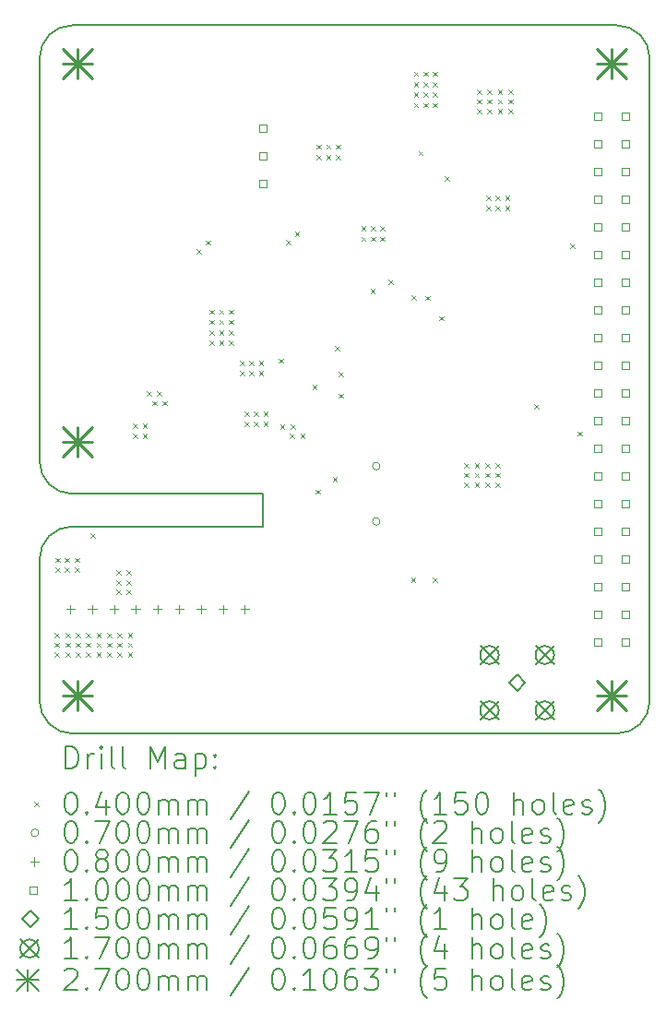
<source format=gbr>
%TF.GenerationSoftware,KiCad,Pcbnew,7.0.2-0*%
%TF.CreationDate,2024-05-08T20:56:18-07:00*%
%TF.ProjectId,RPi_interface,5250695f-696e-4746-9572-666163652e6b,1.1*%
%TF.SameCoordinates,Original*%
%TF.FileFunction,Drillmap*%
%TF.FilePolarity,Positive*%
%FSLAX45Y45*%
G04 Gerber Fmt 4.5, Leading zero omitted, Abs format (unit mm)*
G04 Created by KiCad (PCBNEW 7.0.2-0) date 2024-05-08 20:56:18*
%MOMM*%
%LPD*%
G01*
G04 APERTURE LIST*
%ADD10C,0.150000*%
%ADD11C,0.200000*%
%ADD12C,0.040000*%
%ADD13C,0.070000*%
%ADD14C,0.080000*%
%ADD15C,0.100000*%
%ADD16C,0.170000*%
%ADD17C,0.270000*%
G04 APERTURE END LIST*
D10*
X14300000Y-4800000D02*
X9300000Y-4800000D01*
X11050000Y-9400000D02*
X9300000Y-9400000D01*
X14300000Y-11300000D02*
X9300000Y-11300000D01*
X9300000Y-4800000D02*
G75*
G03*
X9000000Y-5100000I0J-300000D01*
G01*
X9300000Y-9400000D02*
G75*
G03*
X9000000Y-9700000I0J-300000D01*
G01*
X9000000Y-11000000D02*
G75*
G03*
X9300000Y-11300000I300000J0D01*
G01*
X14300000Y-11300000D02*
G75*
G03*
X14600000Y-11000000I0J300000D01*
G01*
X11050000Y-9100000D02*
X11050000Y-9400000D01*
X9000000Y-5100000D02*
X9000000Y-8800000D01*
X14600000Y-5100000D02*
G75*
G03*
X14300000Y-4800000I-300000J0D01*
G01*
X9000000Y-11000000D02*
X9000000Y-9700000D01*
X9000000Y-8800000D02*
G75*
G03*
X9300000Y-9100000I300000J0D01*
G01*
X14600000Y-11000000D02*
X14600000Y-5100000D01*
X9300000Y-9100000D02*
X11050000Y-9100000D01*
D11*
D12*
X9139800Y-10378000D02*
X9179800Y-10418000D01*
X9179800Y-10378000D02*
X9139800Y-10418000D01*
X9139800Y-10465500D02*
X9179800Y-10505500D01*
X9179800Y-10465500D02*
X9139800Y-10505500D01*
X9139800Y-10553000D02*
X9179800Y-10593000D01*
X9179800Y-10553000D02*
X9139800Y-10593000D01*
X9143000Y-9688000D02*
X9183000Y-9728000D01*
X9183000Y-9688000D02*
X9143000Y-9728000D01*
X9143000Y-9778000D02*
X9183000Y-9818000D01*
X9183000Y-9778000D02*
X9143000Y-9818000D01*
X9233000Y-9688000D02*
X9273000Y-9728000D01*
X9273000Y-9688000D02*
X9233000Y-9728000D01*
X9233000Y-9778000D02*
X9273000Y-9818000D01*
X9273000Y-9778000D02*
X9233000Y-9818000D01*
X9237300Y-10378000D02*
X9277300Y-10418000D01*
X9277300Y-10378000D02*
X9237300Y-10418000D01*
X9237300Y-10465500D02*
X9277300Y-10505500D01*
X9277300Y-10465500D02*
X9237300Y-10505500D01*
X9237300Y-10553000D02*
X9277300Y-10593000D01*
X9277300Y-10553000D02*
X9237300Y-10593000D01*
X9323000Y-9688000D02*
X9363000Y-9728000D01*
X9363000Y-9688000D02*
X9323000Y-9728000D01*
X9323000Y-9778000D02*
X9363000Y-9818000D01*
X9363000Y-9778000D02*
X9323000Y-9818000D01*
X9332300Y-10378000D02*
X9372300Y-10418000D01*
X9372300Y-10378000D02*
X9332300Y-10418000D01*
X9332300Y-10465500D02*
X9372300Y-10505500D01*
X9372300Y-10465500D02*
X9332300Y-10505500D01*
X9332300Y-10553000D02*
X9372300Y-10593000D01*
X9372300Y-10553000D02*
X9332300Y-10593000D01*
X9427300Y-10378000D02*
X9467300Y-10418000D01*
X9467300Y-10378000D02*
X9427300Y-10418000D01*
X9427300Y-10465500D02*
X9467300Y-10505500D01*
X9467300Y-10465500D02*
X9427300Y-10505500D01*
X9427300Y-10553000D02*
X9467300Y-10593000D01*
X9467300Y-10553000D02*
X9427300Y-10593000D01*
X9465000Y-9460000D02*
X9505000Y-9500000D01*
X9505000Y-9460000D02*
X9465000Y-9500000D01*
X9522300Y-10378000D02*
X9562300Y-10418000D01*
X9562300Y-10378000D02*
X9522300Y-10418000D01*
X9522300Y-10465500D02*
X9562300Y-10505500D01*
X9562300Y-10465500D02*
X9522300Y-10505500D01*
X9522300Y-10553000D02*
X9562300Y-10593000D01*
X9562300Y-10553000D02*
X9522300Y-10593000D01*
X9619800Y-10378000D02*
X9659800Y-10418000D01*
X9659800Y-10378000D02*
X9619800Y-10418000D01*
X9619800Y-10465500D02*
X9659800Y-10505500D01*
X9659800Y-10465500D02*
X9619800Y-10505500D01*
X9619800Y-10553000D02*
X9659800Y-10593000D01*
X9659800Y-10553000D02*
X9619800Y-10593000D01*
X9706000Y-9802000D02*
X9746000Y-9842000D01*
X9746000Y-9802000D02*
X9706000Y-9842000D01*
X9706000Y-9892000D02*
X9746000Y-9932000D01*
X9746000Y-9892000D02*
X9706000Y-9932000D01*
X9706000Y-9982000D02*
X9746000Y-10022000D01*
X9746000Y-9982000D02*
X9706000Y-10022000D01*
X9714800Y-10378000D02*
X9754800Y-10418000D01*
X9754800Y-10378000D02*
X9714800Y-10418000D01*
X9714800Y-10465500D02*
X9754800Y-10505500D01*
X9754800Y-10465500D02*
X9714800Y-10505500D01*
X9714800Y-10553000D02*
X9754800Y-10593000D01*
X9754800Y-10553000D02*
X9714800Y-10593000D01*
X9796000Y-9802000D02*
X9836000Y-9842000D01*
X9836000Y-9802000D02*
X9796000Y-9842000D01*
X9796000Y-9892000D02*
X9836000Y-9932000D01*
X9836000Y-9892000D02*
X9796000Y-9932000D01*
X9796000Y-9982000D02*
X9836000Y-10022000D01*
X9836000Y-9982000D02*
X9796000Y-10022000D01*
X9809800Y-10378000D02*
X9849800Y-10418000D01*
X9849800Y-10378000D02*
X9809800Y-10418000D01*
X9809800Y-10465500D02*
X9849800Y-10505500D01*
X9849800Y-10465500D02*
X9809800Y-10505500D01*
X9809800Y-10553000D02*
X9849800Y-10593000D01*
X9849800Y-10553000D02*
X9809800Y-10593000D01*
X9857500Y-8452500D02*
X9897500Y-8492500D01*
X9897500Y-8452500D02*
X9857500Y-8492500D01*
X9857500Y-8547500D02*
X9897500Y-8587500D01*
X9897500Y-8547500D02*
X9857500Y-8587500D01*
X9945000Y-8452500D02*
X9985000Y-8492500D01*
X9985000Y-8452500D02*
X9945000Y-8492500D01*
X9945000Y-8547500D02*
X9985000Y-8587500D01*
X9985000Y-8547500D02*
X9945000Y-8587500D01*
X9981134Y-8158866D02*
X10021134Y-8198866D01*
X10021134Y-8158866D02*
X9981134Y-8198866D01*
X10036134Y-8248866D02*
X10076134Y-8288866D01*
X10076134Y-8248866D02*
X10036134Y-8288866D01*
X10076134Y-8158866D02*
X10116134Y-8198866D01*
X10116134Y-8158866D02*
X10076134Y-8198866D01*
X10131134Y-8248866D02*
X10171134Y-8288866D01*
X10171134Y-8248866D02*
X10131134Y-8288866D01*
X10444250Y-6855750D02*
X10484250Y-6895750D01*
X10484250Y-6855750D02*
X10444250Y-6895750D01*
X10524250Y-6775750D02*
X10564250Y-6815750D01*
X10564250Y-6775750D02*
X10524250Y-6815750D01*
X10561134Y-7408866D02*
X10601134Y-7448866D01*
X10601134Y-7408866D02*
X10561134Y-7448866D01*
X10561134Y-7503866D02*
X10601134Y-7543866D01*
X10601134Y-7503866D02*
X10561134Y-7543866D01*
X10561134Y-7598866D02*
X10601134Y-7638866D01*
X10601134Y-7598866D02*
X10561134Y-7638866D01*
X10561134Y-7696366D02*
X10601134Y-7736366D01*
X10601134Y-7696366D02*
X10561134Y-7736366D01*
X10648634Y-7408866D02*
X10688634Y-7448866D01*
X10688634Y-7408866D02*
X10648634Y-7448866D01*
X10648634Y-7503866D02*
X10688634Y-7543866D01*
X10688634Y-7503866D02*
X10648634Y-7543866D01*
X10648634Y-7598866D02*
X10688634Y-7638866D01*
X10688634Y-7598866D02*
X10648634Y-7638866D01*
X10648634Y-7696366D02*
X10688634Y-7736366D01*
X10688634Y-7696366D02*
X10648634Y-7736366D01*
X10736134Y-7408866D02*
X10776134Y-7448866D01*
X10776134Y-7408866D02*
X10736134Y-7448866D01*
X10736134Y-7503866D02*
X10776134Y-7543866D01*
X10776134Y-7503866D02*
X10736134Y-7543866D01*
X10736134Y-7598866D02*
X10776134Y-7638866D01*
X10776134Y-7598866D02*
X10736134Y-7638866D01*
X10736134Y-7696366D02*
X10776134Y-7736366D01*
X10776134Y-7696366D02*
X10736134Y-7736366D01*
X10837500Y-7880000D02*
X10877500Y-7920000D01*
X10877500Y-7880000D02*
X10837500Y-7920000D01*
X10837500Y-7975000D02*
X10877500Y-8015000D01*
X10877500Y-7975000D02*
X10837500Y-8015000D01*
X10881000Y-8342500D02*
X10921000Y-8382500D01*
X10921000Y-8342500D02*
X10881000Y-8382500D01*
X10881000Y-8440000D02*
X10921000Y-8480000D01*
X10921000Y-8440000D02*
X10881000Y-8480000D01*
X10925000Y-7880000D02*
X10965000Y-7920000D01*
X10965000Y-7880000D02*
X10925000Y-7920000D01*
X10925000Y-7975000D02*
X10965000Y-8015000D01*
X10965000Y-7975000D02*
X10925000Y-8015000D01*
X10968500Y-8342500D02*
X11008500Y-8382500D01*
X11008500Y-8342500D02*
X10968500Y-8382500D01*
X10968500Y-8440000D02*
X11008500Y-8480000D01*
X11008500Y-8440000D02*
X10968500Y-8480000D01*
X11012500Y-7880000D02*
X11052500Y-7920000D01*
X11052500Y-7880000D02*
X11012500Y-7920000D01*
X11012500Y-7975000D02*
X11052500Y-8015000D01*
X11052500Y-7975000D02*
X11012500Y-8015000D01*
X11056000Y-8342500D02*
X11096000Y-8382500D01*
X11096000Y-8342500D02*
X11056000Y-8382500D01*
X11056000Y-8440000D02*
X11096000Y-8480000D01*
X11096000Y-8440000D02*
X11056000Y-8480000D01*
X11197954Y-7859000D02*
X11237954Y-7899000D01*
X11237954Y-7859000D02*
X11197954Y-7899000D01*
X11208634Y-8461366D02*
X11248634Y-8501366D01*
X11248634Y-8461366D02*
X11208634Y-8501366D01*
X11263000Y-6773000D02*
X11303000Y-6813000D01*
X11303000Y-6773000D02*
X11263000Y-6813000D01*
X11298634Y-8551366D02*
X11338634Y-8591366D01*
X11338634Y-8551366D02*
X11298634Y-8591366D01*
X11303634Y-8461366D02*
X11343634Y-8501366D01*
X11343634Y-8461366D02*
X11303634Y-8501366D01*
X11343000Y-6693000D02*
X11383000Y-6733000D01*
X11383000Y-6693000D02*
X11343000Y-6733000D01*
X11393634Y-8551366D02*
X11433634Y-8591366D01*
X11433634Y-8551366D02*
X11393634Y-8591366D01*
X11503634Y-8101366D02*
X11543634Y-8141366D01*
X11543634Y-8101366D02*
X11503634Y-8141366D01*
X11532500Y-9060000D02*
X11572500Y-9100000D01*
X11572500Y-9060000D02*
X11532500Y-9100000D01*
X11542500Y-5895000D02*
X11582500Y-5935000D01*
X11582500Y-5895000D02*
X11542500Y-5935000D01*
X11542500Y-5990000D02*
X11582500Y-6030000D01*
X11582500Y-5990000D02*
X11542500Y-6030000D01*
X11630000Y-5895000D02*
X11670000Y-5935000D01*
X11670000Y-5895000D02*
X11630000Y-5935000D01*
X11630000Y-5990000D02*
X11670000Y-6030000D01*
X11670000Y-5990000D02*
X11630000Y-6030000D01*
X11691230Y-8948730D02*
X11731230Y-8988730D01*
X11731230Y-8948730D02*
X11691230Y-8988730D01*
X11713634Y-7741366D02*
X11753634Y-7781366D01*
X11753634Y-7741366D02*
X11713634Y-7781366D01*
X11717500Y-5895000D02*
X11757500Y-5935000D01*
X11757500Y-5895000D02*
X11717500Y-5935000D01*
X11717500Y-5990000D02*
X11757500Y-6030000D01*
X11757500Y-5990000D02*
X11717500Y-6030000D01*
X11743634Y-7981366D02*
X11783634Y-8021366D01*
X11783634Y-7981366D02*
X11743634Y-8021366D01*
X11743634Y-8181366D02*
X11783634Y-8221366D01*
X11783634Y-8181366D02*
X11743634Y-8221366D01*
X11952500Y-6645000D02*
X11992500Y-6685000D01*
X11992500Y-6645000D02*
X11952500Y-6685000D01*
X11952500Y-6740000D02*
X11992500Y-6780000D01*
X11992500Y-6740000D02*
X11952500Y-6780000D01*
X12037948Y-7217416D02*
X12077948Y-7257416D01*
X12077948Y-7217416D02*
X12037948Y-7257416D01*
X12040000Y-6645000D02*
X12080000Y-6685000D01*
X12080000Y-6645000D02*
X12040000Y-6685000D01*
X12040000Y-6740000D02*
X12080000Y-6780000D01*
X12080000Y-6740000D02*
X12040000Y-6780000D01*
X12127500Y-6645000D02*
X12167500Y-6685000D01*
X12167500Y-6645000D02*
X12127500Y-6685000D01*
X12127500Y-6740000D02*
X12167500Y-6780000D01*
X12167500Y-6740000D02*
X12127500Y-6780000D01*
X12200000Y-7135000D02*
X12240000Y-7175000D01*
X12240000Y-7135000D02*
X12200000Y-7175000D01*
X12410000Y-9867500D02*
X12450000Y-9907500D01*
X12450000Y-9867500D02*
X12410000Y-9907500D01*
X12416000Y-7281000D02*
X12456000Y-7321000D01*
X12456000Y-7281000D02*
X12416000Y-7321000D01*
X12435000Y-5225000D02*
X12475000Y-5265000D01*
X12475000Y-5225000D02*
X12435000Y-5265000D01*
X12435000Y-5322500D02*
X12475000Y-5362500D01*
X12475000Y-5322500D02*
X12435000Y-5362500D01*
X12435000Y-5417500D02*
X12475000Y-5457500D01*
X12475000Y-5417500D02*
X12435000Y-5457500D01*
X12435000Y-5512500D02*
X12475000Y-5552500D01*
X12475000Y-5512500D02*
X12435000Y-5552500D01*
X12477500Y-5952500D02*
X12517500Y-5992500D01*
X12517500Y-5952500D02*
X12477500Y-5992500D01*
X12522500Y-5225000D02*
X12562500Y-5265000D01*
X12562500Y-5225000D02*
X12522500Y-5265000D01*
X12522500Y-5322500D02*
X12562500Y-5362500D01*
X12562500Y-5322500D02*
X12522500Y-5362500D01*
X12522500Y-5417500D02*
X12562500Y-5457500D01*
X12562500Y-5417500D02*
X12522500Y-5457500D01*
X12522500Y-5512500D02*
X12562500Y-5552500D01*
X12562500Y-5512500D02*
X12522500Y-5552500D01*
X12542500Y-7282500D02*
X12582500Y-7322500D01*
X12582500Y-7282500D02*
X12542500Y-7322500D01*
X12610000Y-5225000D02*
X12650000Y-5265000D01*
X12650000Y-5225000D02*
X12610000Y-5265000D01*
X12610000Y-5322500D02*
X12650000Y-5362500D01*
X12650000Y-5322500D02*
X12610000Y-5362500D01*
X12610000Y-5417500D02*
X12650000Y-5457500D01*
X12650000Y-5417500D02*
X12610000Y-5457500D01*
X12610000Y-5512500D02*
X12650000Y-5552500D01*
X12650000Y-5512500D02*
X12610000Y-5552500D01*
X12610000Y-9867500D02*
X12650000Y-9907500D01*
X12650000Y-9867500D02*
X12610000Y-9907500D01*
X12670000Y-7470000D02*
X12710000Y-7510000D01*
X12710000Y-7470000D02*
X12670000Y-7510000D01*
X12717500Y-6187500D02*
X12757500Y-6227500D01*
X12757500Y-6187500D02*
X12717500Y-6227500D01*
X12898500Y-8821000D02*
X12938500Y-8861000D01*
X12938500Y-8821000D02*
X12898500Y-8861000D01*
X12898500Y-8908500D02*
X12938500Y-8948500D01*
X12938500Y-8908500D02*
X12898500Y-8948500D01*
X12898500Y-8996000D02*
X12938500Y-9036000D01*
X12938500Y-8996000D02*
X12898500Y-9036000D01*
X12993500Y-8821000D02*
X13033500Y-8861000D01*
X13033500Y-8821000D02*
X12993500Y-8861000D01*
X12993500Y-8908500D02*
X13033500Y-8948500D01*
X13033500Y-8908500D02*
X12993500Y-8948500D01*
X12993500Y-8996000D02*
X13033500Y-9036000D01*
X13033500Y-8996000D02*
X12993500Y-9036000D01*
X13015000Y-5392500D02*
X13055000Y-5432500D01*
X13055000Y-5392500D02*
X13015000Y-5432500D01*
X13015000Y-5480000D02*
X13055000Y-5520000D01*
X13055000Y-5480000D02*
X13015000Y-5520000D01*
X13015000Y-5567500D02*
X13055000Y-5607500D01*
X13055000Y-5567500D02*
X13015000Y-5607500D01*
X13088500Y-8821000D02*
X13128500Y-8861000D01*
X13128500Y-8821000D02*
X13088500Y-8861000D01*
X13088500Y-8908500D02*
X13128500Y-8948500D01*
X13128500Y-8908500D02*
X13088500Y-8948500D01*
X13088500Y-8996000D02*
X13128500Y-9036000D01*
X13128500Y-8996000D02*
X13088500Y-9036000D01*
X13097500Y-6365000D02*
X13137500Y-6405000D01*
X13137500Y-6365000D02*
X13097500Y-6405000D01*
X13097500Y-6460000D02*
X13137500Y-6500000D01*
X13137500Y-6460000D02*
X13097500Y-6500000D01*
X13110000Y-5392500D02*
X13150000Y-5432500D01*
X13150000Y-5392500D02*
X13110000Y-5432500D01*
X13110000Y-5480000D02*
X13150000Y-5520000D01*
X13150000Y-5480000D02*
X13110000Y-5520000D01*
X13110000Y-5567500D02*
X13150000Y-5607500D01*
X13150000Y-5567500D02*
X13110000Y-5607500D01*
X13185000Y-6365000D02*
X13225000Y-6405000D01*
X13225000Y-6365000D02*
X13185000Y-6405000D01*
X13185000Y-6460000D02*
X13225000Y-6500000D01*
X13225000Y-6460000D02*
X13185000Y-6500000D01*
X13186000Y-8821000D02*
X13226000Y-8861000D01*
X13226000Y-8821000D02*
X13186000Y-8861000D01*
X13186000Y-8908500D02*
X13226000Y-8948500D01*
X13226000Y-8908500D02*
X13186000Y-8948500D01*
X13186000Y-8996000D02*
X13226000Y-9036000D01*
X13226000Y-8996000D02*
X13186000Y-9036000D01*
X13205000Y-5392500D02*
X13245000Y-5432500D01*
X13245000Y-5392500D02*
X13205000Y-5432500D01*
X13205000Y-5480000D02*
X13245000Y-5520000D01*
X13245000Y-5480000D02*
X13205000Y-5520000D01*
X13205000Y-5567500D02*
X13245000Y-5607500D01*
X13245000Y-5567500D02*
X13205000Y-5607500D01*
X13272500Y-6365000D02*
X13312500Y-6405000D01*
X13312500Y-6365000D02*
X13272500Y-6405000D01*
X13272500Y-6460000D02*
X13312500Y-6500000D01*
X13312500Y-6460000D02*
X13272500Y-6500000D01*
X13302500Y-5392500D02*
X13342500Y-5432500D01*
X13342500Y-5392500D02*
X13302500Y-5432500D01*
X13302500Y-5480000D02*
X13342500Y-5520000D01*
X13342500Y-5480000D02*
X13302500Y-5520000D01*
X13302500Y-5567500D02*
X13342500Y-5607500D01*
X13342500Y-5567500D02*
X13302500Y-5607500D01*
X13540050Y-8280000D02*
X13580050Y-8320000D01*
X13580050Y-8280000D02*
X13540050Y-8320000D01*
X13870000Y-6805000D02*
X13910000Y-6845000D01*
X13910000Y-6805000D02*
X13870000Y-6845000D01*
X13940000Y-8527500D02*
X13980000Y-8567500D01*
X13980000Y-8527500D02*
X13940000Y-8567500D01*
D13*
X12125000Y-8846000D02*
G75*
G03*
X12125000Y-8846000I-35000J0D01*
G01*
X12125000Y-9354000D02*
G75*
G03*
X12125000Y-9354000I-35000J0D01*
G01*
D14*
X9282500Y-10120000D02*
X9282500Y-10200000D01*
X9242500Y-10160000D02*
X9322500Y-10160000D01*
X9482500Y-10120000D02*
X9482500Y-10200000D01*
X9442500Y-10160000D02*
X9522500Y-10160000D01*
X9682500Y-10120000D02*
X9682500Y-10200000D01*
X9642500Y-10160000D02*
X9722500Y-10160000D01*
X9882500Y-10120000D02*
X9882500Y-10200000D01*
X9842500Y-10160000D02*
X9922500Y-10160000D01*
X10082500Y-10120000D02*
X10082500Y-10200000D01*
X10042500Y-10160000D02*
X10122500Y-10160000D01*
X10282500Y-10120000D02*
X10282500Y-10200000D01*
X10242500Y-10160000D02*
X10322500Y-10160000D01*
X10482500Y-10120000D02*
X10482500Y-10200000D01*
X10442500Y-10160000D02*
X10522500Y-10160000D01*
X10682500Y-10120000D02*
X10682500Y-10200000D01*
X10642500Y-10160000D02*
X10722500Y-10160000D01*
X10882500Y-10120000D02*
X10882500Y-10200000D01*
X10842500Y-10160000D02*
X10922500Y-10160000D01*
D15*
X11085356Y-5781356D02*
X11085356Y-5710644D01*
X11014644Y-5710644D01*
X11014644Y-5781356D01*
X11085356Y-5781356D01*
X11085356Y-6035356D02*
X11085356Y-5964644D01*
X11014644Y-5964644D01*
X11014644Y-6035356D01*
X11085356Y-6035356D01*
X11085356Y-6289356D02*
X11085356Y-6218644D01*
X11014644Y-6218644D01*
X11014644Y-6289356D01*
X11085356Y-6289356D01*
X14158356Y-5672356D02*
X14158356Y-5601644D01*
X14087644Y-5601644D01*
X14087644Y-5672356D01*
X14158356Y-5672356D01*
X14158356Y-5926356D02*
X14158356Y-5855644D01*
X14087644Y-5855644D01*
X14087644Y-5926356D01*
X14158356Y-5926356D01*
X14158356Y-6180356D02*
X14158356Y-6109644D01*
X14087644Y-6109644D01*
X14087644Y-6180356D01*
X14158356Y-6180356D01*
X14158356Y-6434356D02*
X14158356Y-6363644D01*
X14087644Y-6363644D01*
X14087644Y-6434356D01*
X14158356Y-6434356D01*
X14158356Y-6688356D02*
X14158356Y-6617644D01*
X14087644Y-6617644D01*
X14087644Y-6688356D01*
X14158356Y-6688356D01*
X14158356Y-6942356D02*
X14158356Y-6871644D01*
X14087644Y-6871644D01*
X14087644Y-6942356D01*
X14158356Y-6942356D01*
X14158356Y-7196356D02*
X14158356Y-7125644D01*
X14087644Y-7125644D01*
X14087644Y-7196356D01*
X14158356Y-7196356D01*
X14158356Y-7450356D02*
X14158356Y-7379644D01*
X14087644Y-7379644D01*
X14087644Y-7450356D01*
X14158356Y-7450356D01*
X14158356Y-7704356D02*
X14158356Y-7633644D01*
X14087644Y-7633644D01*
X14087644Y-7704356D01*
X14158356Y-7704356D01*
X14158356Y-7958356D02*
X14158356Y-7887644D01*
X14087644Y-7887644D01*
X14087644Y-7958356D01*
X14158356Y-7958356D01*
X14158356Y-8212356D02*
X14158356Y-8141644D01*
X14087644Y-8141644D01*
X14087644Y-8212356D01*
X14158356Y-8212356D01*
X14158356Y-8466356D02*
X14158356Y-8395644D01*
X14087644Y-8395644D01*
X14087644Y-8466356D01*
X14158356Y-8466356D01*
X14158356Y-8720356D02*
X14158356Y-8649644D01*
X14087644Y-8649644D01*
X14087644Y-8720356D01*
X14158356Y-8720356D01*
X14158356Y-8974356D02*
X14158356Y-8903644D01*
X14087644Y-8903644D01*
X14087644Y-8974356D01*
X14158356Y-8974356D01*
X14158356Y-9228356D02*
X14158356Y-9157644D01*
X14087644Y-9157644D01*
X14087644Y-9228356D01*
X14158356Y-9228356D01*
X14158356Y-9482356D02*
X14158356Y-9411644D01*
X14087644Y-9411644D01*
X14087644Y-9482356D01*
X14158356Y-9482356D01*
X14158356Y-9736356D02*
X14158356Y-9665644D01*
X14087644Y-9665644D01*
X14087644Y-9736356D01*
X14158356Y-9736356D01*
X14158356Y-9990356D02*
X14158356Y-9919644D01*
X14087644Y-9919644D01*
X14087644Y-9990356D01*
X14158356Y-9990356D01*
X14158356Y-10244356D02*
X14158356Y-10173644D01*
X14087644Y-10173644D01*
X14087644Y-10244356D01*
X14158356Y-10244356D01*
X14158356Y-10498356D02*
X14158356Y-10427644D01*
X14087644Y-10427644D01*
X14087644Y-10498356D01*
X14158356Y-10498356D01*
X14412356Y-5672356D02*
X14412356Y-5601644D01*
X14341644Y-5601644D01*
X14341644Y-5672356D01*
X14412356Y-5672356D01*
X14412356Y-5926356D02*
X14412356Y-5855644D01*
X14341644Y-5855644D01*
X14341644Y-5926356D01*
X14412356Y-5926356D01*
X14412356Y-6180356D02*
X14412356Y-6109644D01*
X14341644Y-6109644D01*
X14341644Y-6180356D01*
X14412356Y-6180356D01*
X14412356Y-6434356D02*
X14412356Y-6363644D01*
X14341644Y-6363644D01*
X14341644Y-6434356D01*
X14412356Y-6434356D01*
X14412356Y-6688356D02*
X14412356Y-6617644D01*
X14341644Y-6617644D01*
X14341644Y-6688356D01*
X14412356Y-6688356D01*
X14412356Y-6942356D02*
X14412356Y-6871644D01*
X14341644Y-6871644D01*
X14341644Y-6942356D01*
X14412356Y-6942356D01*
X14412356Y-7196356D02*
X14412356Y-7125644D01*
X14341644Y-7125644D01*
X14341644Y-7196356D01*
X14412356Y-7196356D01*
X14412356Y-7450356D02*
X14412356Y-7379644D01*
X14341644Y-7379644D01*
X14341644Y-7450356D01*
X14412356Y-7450356D01*
X14412356Y-7704356D02*
X14412356Y-7633644D01*
X14341644Y-7633644D01*
X14341644Y-7704356D01*
X14412356Y-7704356D01*
X14412356Y-7958356D02*
X14412356Y-7887644D01*
X14341644Y-7887644D01*
X14341644Y-7958356D01*
X14412356Y-7958356D01*
X14412356Y-8212356D02*
X14412356Y-8141644D01*
X14341644Y-8141644D01*
X14341644Y-8212356D01*
X14412356Y-8212356D01*
X14412356Y-8466356D02*
X14412356Y-8395644D01*
X14341644Y-8395644D01*
X14341644Y-8466356D01*
X14412356Y-8466356D01*
X14412356Y-8720356D02*
X14412356Y-8649644D01*
X14341644Y-8649644D01*
X14341644Y-8720356D01*
X14412356Y-8720356D01*
X14412356Y-8974356D02*
X14412356Y-8903644D01*
X14341644Y-8903644D01*
X14341644Y-8974356D01*
X14412356Y-8974356D01*
X14412356Y-9228356D02*
X14412356Y-9157644D01*
X14341644Y-9157644D01*
X14341644Y-9228356D01*
X14412356Y-9228356D01*
X14412356Y-9482356D02*
X14412356Y-9411644D01*
X14341644Y-9411644D01*
X14341644Y-9482356D01*
X14412356Y-9482356D01*
X14412356Y-9736356D02*
X14412356Y-9665644D01*
X14341644Y-9665644D01*
X14341644Y-9736356D01*
X14412356Y-9736356D01*
X14412356Y-9990356D02*
X14412356Y-9919644D01*
X14341644Y-9919644D01*
X14341644Y-9990356D01*
X14412356Y-9990356D01*
X14412356Y-10244356D02*
X14412356Y-10173644D01*
X14341644Y-10173644D01*
X14341644Y-10244356D01*
X14412356Y-10244356D01*
X14412356Y-10498356D02*
X14412356Y-10427644D01*
X14341644Y-10427644D01*
X14341644Y-10498356D01*
X14412356Y-10498356D01*
D10*
X13383000Y-10908500D02*
X13458000Y-10833500D01*
X13383000Y-10758500D01*
X13308000Y-10833500D01*
X13383000Y-10908500D01*
D16*
X13044000Y-10494500D02*
X13214000Y-10664500D01*
X13214000Y-10494500D02*
X13044000Y-10664500D01*
X13214000Y-10579500D02*
G75*
G03*
X13214000Y-10579500I-85000J0D01*
G01*
X13044000Y-11002500D02*
X13214000Y-11172500D01*
X13214000Y-11002500D02*
X13044000Y-11172500D01*
X13214000Y-11087500D02*
G75*
G03*
X13214000Y-11087500I-85000J0D01*
G01*
X13552000Y-10494500D02*
X13722000Y-10664500D01*
X13722000Y-10494500D02*
X13552000Y-10664500D01*
X13722000Y-10579500D02*
G75*
G03*
X13722000Y-10579500I-85000J0D01*
G01*
X13552000Y-11002500D02*
X13722000Y-11172500D01*
X13722000Y-11002500D02*
X13552000Y-11172500D01*
X13722000Y-11087500D02*
G75*
G03*
X13722000Y-11087500I-85000J0D01*
G01*
D17*
X9215000Y-5015000D02*
X9485000Y-5285000D01*
X9485000Y-5015000D02*
X9215000Y-5285000D01*
X9350000Y-5015000D02*
X9350000Y-5285000D01*
X9215000Y-5150000D02*
X9485000Y-5150000D01*
X9215000Y-8485000D02*
X9485000Y-8755000D01*
X9485000Y-8485000D02*
X9215000Y-8755000D01*
X9350000Y-8485000D02*
X9350000Y-8755000D01*
X9215000Y-8620000D02*
X9485000Y-8620000D01*
X9215000Y-10815000D02*
X9485000Y-11085000D01*
X9485000Y-10815000D02*
X9215000Y-11085000D01*
X9350000Y-10815000D02*
X9350000Y-11085000D01*
X9215000Y-10950000D02*
X9485000Y-10950000D01*
X14115000Y-5015000D02*
X14385000Y-5285000D01*
X14385000Y-5015000D02*
X14115000Y-5285000D01*
X14250000Y-5015000D02*
X14250000Y-5285000D01*
X14115000Y-5150000D02*
X14385000Y-5150000D01*
X14115000Y-10815000D02*
X14385000Y-11085000D01*
X14385000Y-10815000D02*
X14115000Y-11085000D01*
X14250000Y-10815000D02*
X14250000Y-11085000D01*
X14115000Y-10950000D02*
X14385000Y-10950000D01*
D11*
X9240119Y-11620024D02*
X9240119Y-11420024D01*
X9240119Y-11420024D02*
X9287738Y-11420024D01*
X9287738Y-11420024D02*
X9316310Y-11429548D01*
X9316310Y-11429548D02*
X9335357Y-11448595D01*
X9335357Y-11448595D02*
X9344881Y-11467643D01*
X9344881Y-11467643D02*
X9354405Y-11505738D01*
X9354405Y-11505738D02*
X9354405Y-11534309D01*
X9354405Y-11534309D02*
X9344881Y-11572405D01*
X9344881Y-11572405D02*
X9335357Y-11591452D01*
X9335357Y-11591452D02*
X9316310Y-11610500D01*
X9316310Y-11610500D02*
X9287738Y-11620024D01*
X9287738Y-11620024D02*
X9240119Y-11620024D01*
X9440119Y-11620024D02*
X9440119Y-11486690D01*
X9440119Y-11524786D02*
X9449643Y-11505738D01*
X9449643Y-11505738D02*
X9459167Y-11496214D01*
X9459167Y-11496214D02*
X9478214Y-11486690D01*
X9478214Y-11486690D02*
X9497262Y-11486690D01*
X9563929Y-11620024D02*
X9563929Y-11486690D01*
X9563929Y-11420024D02*
X9554405Y-11429548D01*
X9554405Y-11429548D02*
X9563929Y-11439071D01*
X9563929Y-11439071D02*
X9573452Y-11429548D01*
X9573452Y-11429548D02*
X9563929Y-11420024D01*
X9563929Y-11420024D02*
X9563929Y-11439071D01*
X9687738Y-11620024D02*
X9668690Y-11610500D01*
X9668690Y-11610500D02*
X9659167Y-11591452D01*
X9659167Y-11591452D02*
X9659167Y-11420024D01*
X9792500Y-11620024D02*
X9773452Y-11610500D01*
X9773452Y-11610500D02*
X9763929Y-11591452D01*
X9763929Y-11591452D02*
X9763929Y-11420024D01*
X10021071Y-11620024D02*
X10021071Y-11420024D01*
X10021071Y-11420024D02*
X10087738Y-11562881D01*
X10087738Y-11562881D02*
X10154405Y-11420024D01*
X10154405Y-11420024D02*
X10154405Y-11620024D01*
X10335357Y-11620024D02*
X10335357Y-11515262D01*
X10335357Y-11515262D02*
X10325833Y-11496214D01*
X10325833Y-11496214D02*
X10306786Y-11486690D01*
X10306786Y-11486690D02*
X10268690Y-11486690D01*
X10268690Y-11486690D02*
X10249643Y-11496214D01*
X10335357Y-11610500D02*
X10316310Y-11620024D01*
X10316310Y-11620024D02*
X10268690Y-11620024D01*
X10268690Y-11620024D02*
X10249643Y-11610500D01*
X10249643Y-11610500D02*
X10240119Y-11591452D01*
X10240119Y-11591452D02*
X10240119Y-11572405D01*
X10240119Y-11572405D02*
X10249643Y-11553357D01*
X10249643Y-11553357D02*
X10268690Y-11543833D01*
X10268690Y-11543833D02*
X10316310Y-11543833D01*
X10316310Y-11543833D02*
X10335357Y-11534309D01*
X10430595Y-11486690D02*
X10430595Y-11686690D01*
X10430595Y-11496214D02*
X10449643Y-11486690D01*
X10449643Y-11486690D02*
X10487738Y-11486690D01*
X10487738Y-11486690D02*
X10506786Y-11496214D01*
X10506786Y-11496214D02*
X10516310Y-11505738D01*
X10516310Y-11505738D02*
X10525833Y-11524786D01*
X10525833Y-11524786D02*
X10525833Y-11581928D01*
X10525833Y-11581928D02*
X10516310Y-11600976D01*
X10516310Y-11600976D02*
X10506786Y-11610500D01*
X10506786Y-11610500D02*
X10487738Y-11620024D01*
X10487738Y-11620024D02*
X10449643Y-11620024D01*
X10449643Y-11620024D02*
X10430595Y-11610500D01*
X10611548Y-11600976D02*
X10621071Y-11610500D01*
X10621071Y-11610500D02*
X10611548Y-11620024D01*
X10611548Y-11620024D02*
X10602024Y-11610500D01*
X10602024Y-11610500D02*
X10611548Y-11600976D01*
X10611548Y-11600976D02*
X10611548Y-11620024D01*
X10611548Y-11496214D02*
X10621071Y-11505738D01*
X10621071Y-11505738D02*
X10611548Y-11515262D01*
X10611548Y-11515262D02*
X10602024Y-11505738D01*
X10602024Y-11505738D02*
X10611548Y-11496214D01*
X10611548Y-11496214D02*
X10611548Y-11515262D01*
D12*
X8952500Y-11927500D02*
X8992500Y-11967500D01*
X8992500Y-11927500D02*
X8952500Y-11967500D01*
D11*
X9278214Y-11840024D02*
X9297262Y-11840024D01*
X9297262Y-11840024D02*
X9316310Y-11849548D01*
X9316310Y-11849548D02*
X9325833Y-11859071D01*
X9325833Y-11859071D02*
X9335357Y-11878119D01*
X9335357Y-11878119D02*
X9344881Y-11916214D01*
X9344881Y-11916214D02*
X9344881Y-11963833D01*
X9344881Y-11963833D02*
X9335357Y-12001928D01*
X9335357Y-12001928D02*
X9325833Y-12020976D01*
X9325833Y-12020976D02*
X9316310Y-12030500D01*
X9316310Y-12030500D02*
X9297262Y-12040024D01*
X9297262Y-12040024D02*
X9278214Y-12040024D01*
X9278214Y-12040024D02*
X9259167Y-12030500D01*
X9259167Y-12030500D02*
X9249643Y-12020976D01*
X9249643Y-12020976D02*
X9240119Y-12001928D01*
X9240119Y-12001928D02*
X9230595Y-11963833D01*
X9230595Y-11963833D02*
X9230595Y-11916214D01*
X9230595Y-11916214D02*
X9240119Y-11878119D01*
X9240119Y-11878119D02*
X9249643Y-11859071D01*
X9249643Y-11859071D02*
X9259167Y-11849548D01*
X9259167Y-11849548D02*
X9278214Y-11840024D01*
X9430595Y-12020976D02*
X9440119Y-12030500D01*
X9440119Y-12030500D02*
X9430595Y-12040024D01*
X9430595Y-12040024D02*
X9421071Y-12030500D01*
X9421071Y-12030500D02*
X9430595Y-12020976D01*
X9430595Y-12020976D02*
X9430595Y-12040024D01*
X9611548Y-11906690D02*
X9611548Y-12040024D01*
X9563929Y-11830500D02*
X9516310Y-11973357D01*
X9516310Y-11973357D02*
X9640119Y-11973357D01*
X9754405Y-11840024D02*
X9773452Y-11840024D01*
X9773452Y-11840024D02*
X9792500Y-11849548D01*
X9792500Y-11849548D02*
X9802024Y-11859071D01*
X9802024Y-11859071D02*
X9811548Y-11878119D01*
X9811548Y-11878119D02*
X9821071Y-11916214D01*
X9821071Y-11916214D02*
X9821071Y-11963833D01*
X9821071Y-11963833D02*
X9811548Y-12001928D01*
X9811548Y-12001928D02*
X9802024Y-12020976D01*
X9802024Y-12020976D02*
X9792500Y-12030500D01*
X9792500Y-12030500D02*
X9773452Y-12040024D01*
X9773452Y-12040024D02*
X9754405Y-12040024D01*
X9754405Y-12040024D02*
X9735357Y-12030500D01*
X9735357Y-12030500D02*
X9725833Y-12020976D01*
X9725833Y-12020976D02*
X9716310Y-12001928D01*
X9716310Y-12001928D02*
X9706786Y-11963833D01*
X9706786Y-11963833D02*
X9706786Y-11916214D01*
X9706786Y-11916214D02*
X9716310Y-11878119D01*
X9716310Y-11878119D02*
X9725833Y-11859071D01*
X9725833Y-11859071D02*
X9735357Y-11849548D01*
X9735357Y-11849548D02*
X9754405Y-11840024D01*
X9944881Y-11840024D02*
X9963929Y-11840024D01*
X9963929Y-11840024D02*
X9982976Y-11849548D01*
X9982976Y-11849548D02*
X9992500Y-11859071D01*
X9992500Y-11859071D02*
X10002024Y-11878119D01*
X10002024Y-11878119D02*
X10011548Y-11916214D01*
X10011548Y-11916214D02*
X10011548Y-11963833D01*
X10011548Y-11963833D02*
X10002024Y-12001928D01*
X10002024Y-12001928D02*
X9992500Y-12020976D01*
X9992500Y-12020976D02*
X9982976Y-12030500D01*
X9982976Y-12030500D02*
X9963929Y-12040024D01*
X9963929Y-12040024D02*
X9944881Y-12040024D01*
X9944881Y-12040024D02*
X9925833Y-12030500D01*
X9925833Y-12030500D02*
X9916310Y-12020976D01*
X9916310Y-12020976D02*
X9906786Y-12001928D01*
X9906786Y-12001928D02*
X9897262Y-11963833D01*
X9897262Y-11963833D02*
X9897262Y-11916214D01*
X9897262Y-11916214D02*
X9906786Y-11878119D01*
X9906786Y-11878119D02*
X9916310Y-11859071D01*
X9916310Y-11859071D02*
X9925833Y-11849548D01*
X9925833Y-11849548D02*
X9944881Y-11840024D01*
X10097262Y-12040024D02*
X10097262Y-11906690D01*
X10097262Y-11925738D02*
X10106786Y-11916214D01*
X10106786Y-11916214D02*
X10125833Y-11906690D01*
X10125833Y-11906690D02*
X10154405Y-11906690D01*
X10154405Y-11906690D02*
X10173452Y-11916214D01*
X10173452Y-11916214D02*
X10182976Y-11935262D01*
X10182976Y-11935262D02*
X10182976Y-12040024D01*
X10182976Y-11935262D02*
X10192500Y-11916214D01*
X10192500Y-11916214D02*
X10211548Y-11906690D01*
X10211548Y-11906690D02*
X10240119Y-11906690D01*
X10240119Y-11906690D02*
X10259167Y-11916214D01*
X10259167Y-11916214D02*
X10268691Y-11935262D01*
X10268691Y-11935262D02*
X10268691Y-12040024D01*
X10363929Y-12040024D02*
X10363929Y-11906690D01*
X10363929Y-11925738D02*
X10373452Y-11916214D01*
X10373452Y-11916214D02*
X10392500Y-11906690D01*
X10392500Y-11906690D02*
X10421072Y-11906690D01*
X10421072Y-11906690D02*
X10440119Y-11916214D01*
X10440119Y-11916214D02*
X10449643Y-11935262D01*
X10449643Y-11935262D02*
X10449643Y-12040024D01*
X10449643Y-11935262D02*
X10459167Y-11916214D01*
X10459167Y-11916214D02*
X10478214Y-11906690D01*
X10478214Y-11906690D02*
X10506786Y-11906690D01*
X10506786Y-11906690D02*
X10525833Y-11916214D01*
X10525833Y-11916214D02*
X10535357Y-11935262D01*
X10535357Y-11935262D02*
X10535357Y-12040024D01*
X10925833Y-11830500D02*
X10754405Y-12087643D01*
X11182976Y-11840024D02*
X11202024Y-11840024D01*
X11202024Y-11840024D02*
X11221072Y-11849548D01*
X11221072Y-11849548D02*
X11230595Y-11859071D01*
X11230595Y-11859071D02*
X11240119Y-11878119D01*
X11240119Y-11878119D02*
X11249643Y-11916214D01*
X11249643Y-11916214D02*
X11249643Y-11963833D01*
X11249643Y-11963833D02*
X11240119Y-12001928D01*
X11240119Y-12001928D02*
X11230595Y-12020976D01*
X11230595Y-12020976D02*
X11221072Y-12030500D01*
X11221072Y-12030500D02*
X11202024Y-12040024D01*
X11202024Y-12040024D02*
X11182976Y-12040024D01*
X11182976Y-12040024D02*
X11163929Y-12030500D01*
X11163929Y-12030500D02*
X11154405Y-12020976D01*
X11154405Y-12020976D02*
X11144881Y-12001928D01*
X11144881Y-12001928D02*
X11135357Y-11963833D01*
X11135357Y-11963833D02*
X11135357Y-11916214D01*
X11135357Y-11916214D02*
X11144881Y-11878119D01*
X11144881Y-11878119D02*
X11154405Y-11859071D01*
X11154405Y-11859071D02*
X11163929Y-11849548D01*
X11163929Y-11849548D02*
X11182976Y-11840024D01*
X11335357Y-12020976D02*
X11344881Y-12030500D01*
X11344881Y-12030500D02*
X11335357Y-12040024D01*
X11335357Y-12040024D02*
X11325833Y-12030500D01*
X11325833Y-12030500D02*
X11335357Y-12020976D01*
X11335357Y-12020976D02*
X11335357Y-12040024D01*
X11468691Y-11840024D02*
X11487738Y-11840024D01*
X11487738Y-11840024D02*
X11506786Y-11849548D01*
X11506786Y-11849548D02*
X11516310Y-11859071D01*
X11516310Y-11859071D02*
X11525833Y-11878119D01*
X11525833Y-11878119D02*
X11535357Y-11916214D01*
X11535357Y-11916214D02*
X11535357Y-11963833D01*
X11535357Y-11963833D02*
X11525833Y-12001928D01*
X11525833Y-12001928D02*
X11516310Y-12020976D01*
X11516310Y-12020976D02*
X11506786Y-12030500D01*
X11506786Y-12030500D02*
X11487738Y-12040024D01*
X11487738Y-12040024D02*
X11468691Y-12040024D01*
X11468691Y-12040024D02*
X11449643Y-12030500D01*
X11449643Y-12030500D02*
X11440119Y-12020976D01*
X11440119Y-12020976D02*
X11430595Y-12001928D01*
X11430595Y-12001928D02*
X11421072Y-11963833D01*
X11421072Y-11963833D02*
X11421072Y-11916214D01*
X11421072Y-11916214D02*
X11430595Y-11878119D01*
X11430595Y-11878119D02*
X11440119Y-11859071D01*
X11440119Y-11859071D02*
X11449643Y-11849548D01*
X11449643Y-11849548D02*
X11468691Y-11840024D01*
X11725833Y-12040024D02*
X11611548Y-12040024D01*
X11668691Y-12040024D02*
X11668691Y-11840024D01*
X11668691Y-11840024D02*
X11649643Y-11868595D01*
X11649643Y-11868595D02*
X11630595Y-11887643D01*
X11630595Y-11887643D02*
X11611548Y-11897167D01*
X11906786Y-11840024D02*
X11811548Y-11840024D01*
X11811548Y-11840024D02*
X11802024Y-11935262D01*
X11802024Y-11935262D02*
X11811548Y-11925738D01*
X11811548Y-11925738D02*
X11830595Y-11916214D01*
X11830595Y-11916214D02*
X11878214Y-11916214D01*
X11878214Y-11916214D02*
X11897262Y-11925738D01*
X11897262Y-11925738D02*
X11906786Y-11935262D01*
X11906786Y-11935262D02*
X11916310Y-11954309D01*
X11916310Y-11954309D02*
X11916310Y-12001928D01*
X11916310Y-12001928D02*
X11906786Y-12020976D01*
X11906786Y-12020976D02*
X11897262Y-12030500D01*
X11897262Y-12030500D02*
X11878214Y-12040024D01*
X11878214Y-12040024D02*
X11830595Y-12040024D01*
X11830595Y-12040024D02*
X11811548Y-12030500D01*
X11811548Y-12030500D02*
X11802024Y-12020976D01*
X11982976Y-11840024D02*
X12116310Y-11840024D01*
X12116310Y-11840024D02*
X12030595Y-12040024D01*
X12182976Y-11840024D02*
X12182976Y-11878119D01*
X12259167Y-11840024D02*
X12259167Y-11878119D01*
X12554405Y-12116214D02*
X12544881Y-12106690D01*
X12544881Y-12106690D02*
X12525834Y-12078119D01*
X12525834Y-12078119D02*
X12516310Y-12059071D01*
X12516310Y-12059071D02*
X12506786Y-12030500D01*
X12506786Y-12030500D02*
X12497262Y-11982881D01*
X12497262Y-11982881D02*
X12497262Y-11944786D01*
X12497262Y-11944786D02*
X12506786Y-11897167D01*
X12506786Y-11897167D02*
X12516310Y-11868595D01*
X12516310Y-11868595D02*
X12525834Y-11849548D01*
X12525834Y-11849548D02*
X12544881Y-11820976D01*
X12544881Y-11820976D02*
X12554405Y-11811452D01*
X12735357Y-12040024D02*
X12621072Y-12040024D01*
X12678214Y-12040024D02*
X12678214Y-11840024D01*
X12678214Y-11840024D02*
X12659167Y-11868595D01*
X12659167Y-11868595D02*
X12640119Y-11887643D01*
X12640119Y-11887643D02*
X12621072Y-11897167D01*
X12916310Y-11840024D02*
X12821072Y-11840024D01*
X12821072Y-11840024D02*
X12811548Y-11935262D01*
X12811548Y-11935262D02*
X12821072Y-11925738D01*
X12821072Y-11925738D02*
X12840119Y-11916214D01*
X12840119Y-11916214D02*
X12887738Y-11916214D01*
X12887738Y-11916214D02*
X12906786Y-11925738D01*
X12906786Y-11925738D02*
X12916310Y-11935262D01*
X12916310Y-11935262D02*
X12925834Y-11954309D01*
X12925834Y-11954309D02*
X12925834Y-12001928D01*
X12925834Y-12001928D02*
X12916310Y-12020976D01*
X12916310Y-12020976D02*
X12906786Y-12030500D01*
X12906786Y-12030500D02*
X12887738Y-12040024D01*
X12887738Y-12040024D02*
X12840119Y-12040024D01*
X12840119Y-12040024D02*
X12821072Y-12030500D01*
X12821072Y-12030500D02*
X12811548Y-12020976D01*
X13049643Y-11840024D02*
X13068691Y-11840024D01*
X13068691Y-11840024D02*
X13087738Y-11849548D01*
X13087738Y-11849548D02*
X13097262Y-11859071D01*
X13097262Y-11859071D02*
X13106786Y-11878119D01*
X13106786Y-11878119D02*
X13116310Y-11916214D01*
X13116310Y-11916214D02*
X13116310Y-11963833D01*
X13116310Y-11963833D02*
X13106786Y-12001928D01*
X13106786Y-12001928D02*
X13097262Y-12020976D01*
X13097262Y-12020976D02*
X13087738Y-12030500D01*
X13087738Y-12030500D02*
X13068691Y-12040024D01*
X13068691Y-12040024D02*
X13049643Y-12040024D01*
X13049643Y-12040024D02*
X13030595Y-12030500D01*
X13030595Y-12030500D02*
X13021072Y-12020976D01*
X13021072Y-12020976D02*
X13011548Y-12001928D01*
X13011548Y-12001928D02*
X13002024Y-11963833D01*
X13002024Y-11963833D02*
X13002024Y-11916214D01*
X13002024Y-11916214D02*
X13011548Y-11878119D01*
X13011548Y-11878119D02*
X13021072Y-11859071D01*
X13021072Y-11859071D02*
X13030595Y-11849548D01*
X13030595Y-11849548D02*
X13049643Y-11840024D01*
X13354405Y-12040024D02*
X13354405Y-11840024D01*
X13440119Y-12040024D02*
X13440119Y-11935262D01*
X13440119Y-11935262D02*
X13430596Y-11916214D01*
X13430596Y-11916214D02*
X13411548Y-11906690D01*
X13411548Y-11906690D02*
X13382976Y-11906690D01*
X13382976Y-11906690D02*
X13363929Y-11916214D01*
X13363929Y-11916214D02*
X13354405Y-11925738D01*
X13563929Y-12040024D02*
X13544881Y-12030500D01*
X13544881Y-12030500D02*
X13535357Y-12020976D01*
X13535357Y-12020976D02*
X13525834Y-12001928D01*
X13525834Y-12001928D02*
X13525834Y-11944786D01*
X13525834Y-11944786D02*
X13535357Y-11925738D01*
X13535357Y-11925738D02*
X13544881Y-11916214D01*
X13544881Y-11916214D02*
X13563929Y-11906690D01*
X13563929Y-11906690D02*
X13592500Y-11906690D01*
X13592500Y-11906690D02*
X13611548Y-11916214D01*
X13611548Y-11916214D02*
X13621072Y-11925738D01*
X13621072Y-11925738D02*
X13630596Y-11944786D01*
X13630596Y-11944786D02*
X13630596Y-12001928D01*
X13630596Y-12001928D02*
X13621072Y-12020976D01*
X13621072Y-12020976D02*
X13611548Y-12030500D01*
X13611548Y-12030500D02*
X13592500Y-12040024D01*
X13592500Y-12040024D02*
X13563929Y-12040024D01*
X13744881Y-12040024D02*
X13725834Y-12030500D01*
X13725834Y-12030500D02*
X13716310Y-12011452D01*
X13716310Y-12011452D02*
X13716310Y-11840024D01*
X13897262Y-12030500D02*
X13878215Y-12040024D01*
X13878215Y-12040024D02*
X13840119Y-12040024D01*
X13840119Y-12040024D02*
X13821072Y-12030500D01*
X13821072Y-12030500D02*
X13811548Y-12011452D01*
X13811548Y-12011452D02*
X13811548Y-11935262D01*
X13811548Y-11935262D02*
X13821072Y-11916214D01*
X13821072Y-11916214D02*
X13840119Y-11906690D01*
X13840119Y-11906690D02*
X13878215Y-11906690D01*
X13878215Y-11906690D02*
X13897262Y-11916214D01*
X13897262Y-11916214D02*
X13906786Y-11935262D01*
X13906786Y-11935262D02*
X13906786Y-11954309D01*
X13906786Y-11954309D02*
X13811548Y-11973357D01*
X13982977Y-12030500D02*
X14002024Y-12040024D01*
X14002024Y-12040024D02*
X14040119Y-12040024D01*
X14040119Y-12040024D02*
X14059167Y-12030500D01*
X14059167Y-12030500D02*
X14068691Y-12011452D01*
X14068691Y-12011452D02*
X14068691Y-12001928D01*
X14068691Y-12001928D02*
X14059167Y-11982881D01*
X14059167Y-11982881D02*
X14040119Y-11973357D01*
X14040119Y-11973357D02*
X14011548Y-11973357D01*
X14011548Y-11973357D02*
X13992500Y-11963833D01*
X13992500Y-11963833D02*
X13982977Y-11944786D01*
X13982977Y-11944786D02*
X13982977Y-11935262D01*
X13982977Y-11935262D02*
X13992500Y-11916214D01*
X13992500Y-11916214D02*
X14011548Y-11906690D01*
X14011548Y-11906690D02*
X14040119Y-11906690D01*
X14040119Y-11906690D02*
X14059167Y-11916214D01*
X14135358Y-12116214D02*
X14144881Y-12106690D01*
X14144881Y-12106690D02*
X14163929Y-12078119D01*
X14163929Y-12078119D02*
X14173453Y-12059071D01*
X14173453Y-12059071D02*
X14182977Y-12030500D01*
X14182977Y-12030500D02*
X14192500Y-11982881D01*
X14192500Y-11982881D02*
X14192500Y-11944786D01*
X14192500Y-11944786D02*
X14182977Y-11897167D01*
X14182977Y-11897167D02*
X14173453Y-11868595D01*
X14173453Y-11868595D02*
X14163929Y-11849548D01*
X14163929Y-11849548D02*
X14144881Y-11820976D01*
X14144881Y-11820976D02*
X14135358Y-11811452D01*
D13*
X8992500Y-12211500D02*
G75*
G03*
X8992500Y-12211500I-35000J0D01*
G01*
D11*
X9278214Y-12104024D02*
X9297262Y-12104024D01*
X9297262Y-12104024D02*
X9316310Y-12113548D01*
X9316310Y-12113548D02*
X9325833Y-12123071D01*
X9325833Y-12123071D02*
X9335357Y-12142119D01*
X9335357Y-12142119D02*
X9344881Y-12180214D01*
X9344881Y-12180214D02*
X9344881Y-12227833D01*
X9344881Y-12227833D02*
X9335357Y-12265928D01*
X9335357Y-12265928D02*
X9325833Y-12284976D01*
X9325833Y-12284976D02*
X9316310Y-12294500D01*
X9316310Y-12294500D02*
X9297262Y-12304024D01*
X9297262Y-12304024D02*
X9278214Y-12304024D01*
X9278214Y-12304024D02*
X9259167Y-12294500D01*
X9259167Y-12294500D02*
X9249643Y-12284976D01*
X9249643Y-12284976D02*
X9240119Y-12265928D01*
X9240119Y-12265928D02*
X9230595Y-12227833D01*
X9230595Y-12227833D02*
X9230595Y-12180214D01*
X9230595Y-12180214D02*
X9240119Y-12142119D01*
X9240119Y-12142119D02*
X9249643Y-12123071D01*
X9249643Y-12123071D02*
X9259167Y-12113548D01*
X9259167Y-12113548D02*
X9278214Y-12104024D01*
X9430595Y-12284976D02*
X9440119Y-12294500D01*
X9440119Y-12294500D02*
X9430595Y-12304024D01*
X9430595Y-12304024D02*
X9421071Y-12294500D01*
X9421071Y-12294500D02*
X9430595Y-12284976D01*
X9430595Y-12284976D02*
X9430595Y-12304024D01*
X9506786Y-12104024D02*
X9640119Y-12104024D01*
X9640119Y-12104024D02*
X9554405Y-12304024D01*
X9754405Y-12104024D02*
X9773452Y-12104024D01*
X9773452Y-12104024D02*
X9792500Y-12113548D01*
X9792500Y-12113548D02*
X9802024Y-12123071D01*
X9802024Y-12123071D02*
X9811548Y-12142119D01*
X9811548Y-12142119D02*
X9821071Y-12180214D01*
X9821071Y-12180214D02*
X9821071Y-12227833D01*
X9821071Y-12227833D02*
X9811548Y-12265928D01*
X9811548Y-12265928D02*
X9802024Y-12284976D01*
X9802024Y-12284976D02*
X9792500Y-12294500D01*
X9792500Y-12294500D02*
X9773452Y-12304024D01*
X9773452Y-12304024D02*
X9754405Y-12304024D01*
X9754405Y-12304024D02*
X9735357Y-12294500D01*
X9735357Y-12294500D02*
X9725833Y-12284976D01*
X9725833Y-12284976D02*
X9716310Y-12265928D01*
X9716310Y-12265928D02*
X9706786Y-12227833D01*
X9706786Y-12227833D02*
X9706786Y-12180214D01*
X9706786Y-12180214D02*
X9716310Y-12142119D01*
X9716310Y-12142119D02*
X9725833Y-12123071D01*
X9725833Y-12123071D02*
X9735357Y-12113548D01*
X9735357Y-12113548D02*
X9754405Y-12104024D01*
X9944881Y-12104024D02*
X9963929Y-12104024D01*
X9963929Y-12104024D02*
X9982976Y-12113548D01*
X9982976Y-12113548D02*
X9992500Y-12123071D01*
X9992500Y-12123071D02*
X10002024Y-12142119D01*
X10002024Y-12142119D02*
X10011548Y-12180214D01*
X10011548Y-12180214D02*
X10011548Y-12227833D01*
X10011548Y-12227833D02*
X10002024Y-12265928D01*
X10002024Y-12265928D02*
X9992500Y-12284976D01*
X9992500Y-12284976D02*
X9982976Y-12294500D01*
X9982976Y-12294500D02*
X9963929Y-12304024D01*
X9963929Y-12304024D02*
X9944881Y-12304024D01*
X9944881Y-12304024D02*
X9925833Y-12294500D01*
X9925833Y-12294500D02*
X9916310Y-12284976D01*
X9916310Y-12284976D02*
X9906786Y-12265928D01*
X9906786Y-12265928D02*
X9897262Y-12227833D01*
X9897262Y-12227833D02*
X9897262Y-12180214D01*
X9897262Y-12180214D02*
X9906786Y-12142119D01*
X9906786Y-12142119D02*
X9916310Y-12123071D01*
X9916310Y-12123071D02*
X9925833Y-12113548D01*
X9925833Y-12113548D02*
X9944881Y-12104024D01*
X10097262Y-12304024D02*
X10097262Y-12170690D01*
X10097262Y-12189738D02*
X10106786Y-12180214D01*
X10106786Y-12180214D02*
X10125833Y-12170690D01*
X10125833Y-12170690D02*
X10154405Y-12170690D01*
X10154405Y-12170690D02*
X10173452Y-12180214D01*
X10173452Y-12180214D02*
X10182976Y-12199262D01*
X10182976Y-12199262D02*
X10182976Y-12304024D01*
X10182976Y-12199262D02*
X10192500Y-12180214D01*
X10192500Y-12180214D02*
X10211548Y-12170690D01*
X10211548Y-12170690D02*
X10240119Y-12170690D01*
X10240119Y-12170690D02*
X10259167Y-12180214D01*
X10259167Y-12180214D02*
X10268691Y-12199262D01*
X10268691Y-12199262D02*
X10268691Y-12304024D01*
X10363929Y-12304024D02*
X10363929Y-12170690D01*
X10363929Y-12189738D02*
X10373452Y-12180214D01*
X10373452Y-12180214D02*
X10392500Y-12170690D01*
X10392500Y-12170690D02*
X10421072Y-12170690D01*
X10421072Y-12170690D02*
X10440119Y-12180214D01*
X10440119Y-12180214D02*
X10449643Y-12199262D01*
X10449643Y-12199262D02*
X10449643Y-12304024D01*
X10449643Y-12199262D02*
X10459167Y-12180214D01*
X10459167Y-12180214D02*
X10478214Y-12170690D01*
X10478214Y-12170690D02*
X10506786Y-12170690D01*
X10506786Y-12170690D02*
X10525833Y-12180214D01*
X10525833Y-12180214D02*
X10535357Y-12199262D01*
X10535357Y-12199262D02*
X10535357Y-12304024D01*
X10925833Y-12094500D02*
X10754405Y-12351643D01*
X11182976Y-12104024D02*
X11202024Y-12104024D01*
X11202024Y-12104024D02*
X11221072Y-12113548D01*
X11221072Y-12113548D02*
X11230595Y-12123071D01*
X11230595Y-12123071D02*
X11240119Y-12142119D01*
X11240119Y-12142119D02*
X11249643Y-12180214D01*
X11249643Y-12180214D02*
X11249643Y-12227833D01*
X11249643Y-12227833D02*
X11240119Y-12265928D01*
X11240119Y-12265928D02*
X11230595Y-12284976D01*
X11230595Y-12284976D02*
X11221072Y-12294500D01*
X11221072Y-12294500D02*
X11202024Y-12304024D01*
X11202024Y-12304024D02*
X11182976Y-12304024D01*
X11182976Y-12304024D02*
X11163929Y-12294500D01*
X11163929Y-12294500D02*
X11154405Y-12284976D01*
X11154405Y-12284976D02*
X11144881Y-12265928D01*
X11144881Y-12265928D02*
X11135357Y-12227833D01*
X11135357Y-12227833D02*
X11135357Y-12180214D01*
X11135357Y-12180214D02*
X11144881Y-12142119D01*
X11144881Y-12142119D02*
X11154405Y-12123071D01*
X11154405Y-12123071D02*
X11163929Y-12113548D01*
X11163929Y-12113548D02*
X11182976Y-12104024D01*
X11335357Y-12284976D02*
X11344881Y-12294500D01*
X11344881Y-12294500D02*
X11335357Y-12304024D01*
X11335357Y-12304024D02*
X11325833Y-12294500D01*
X11325833Y-12294500D02*
X11335357Y-12284976D01*
X11335357Y-12284976D02*
X11335357Y-12304024D01*
X11468691Y-12104024D02*
X11487738Y-12104024D01*
X11487738Y-12104024D02*
X11506786Y-12113548D01*
X11506786Y-12113548D02*
X11516310Y-12123071D01*
X11516310Y-12123071D02*
X11525833Y-12142119D01*
X11525833Y-12142119D02*
X11535357Y-12180214D01*
X11535357Y-12180214D02*
X11535357Y-12227833D01*
X11535357Y-12227833D02*
X11525833Y-12265928D01*
X11525833Y-12265928D02*
X11516310Y-12284976D01*
X11516310Y-12284976D02*
X11506786Y-12294500D01*
X11506786Y-12294500D02*
X11487738Y-12304024D01*
X11487738Y-12304024D02*
X11468691Y-12304024D01*
X11468691Y-12304024D02*
X11449643Y-12294500D01*
X11449643Y-12294500D02*
X11440119Y-12284976D01*
X11440119Y-12284976D02*
X11430595Y-12265928D01*
X11430595Y-12265928D02*
X11421072Y-12227833D01*
X11421072Y-12227833D02*
X11421072Y-12180214D01*
X11421072Y-12180214D02*
X11430595Y-12142119D01*
X11430595Y-12142119D02*
X11440119Y-12123071D01*
X11440119Y-12123071D02*
X11449643Y-12113548D01*
X11449643Y-12113548D02*
X11468691Y-12104024D01*
X11611548Y-12123071D02*
X11621072Y-12113548D01*
X11621072Y-12113548D02*
X11640119Y-12104024D01*
X11640119Y-12104024D02*
X11687738Y-12104024D01*
X11687738Y-12104024D02*
X11706786Y-12113548D01*
X11706786Y-12113548D02*
X11716310Y-12123071D01*
X11716310Y-12123071D02*
X11725833Y-12142119D01*
X11725833Y-12142119D02*
X11725833Y-12161167D01*
X11725833Y-12161167D02*
X11716310Y-12189738D01*
X11716310Y-12189738D02*
X11602024Y-12304024D01*
X11602024Y-12304024D02*
X11725833Y-12304024D01*
X11792500Y-12104024D02*
X11925833Y-12104024D01*
X11925833Y-12104024D02*
X11840119Y-12304024D01*
X12087738Y-12104024D02*
X12049643Y-12104024D01*
X12049643Y-12104024D02*
X12030595Y-12113548D01*
X12030595Y-12113548D02*
X12021072Y-12123071D01*
X12021072Y-12123071D02*
X12002024Y-12151643D01*
X12002024Y-12151643D02*
X11992500Y-12189738D01*
X11992500Y-12189738D02*
X11992500Y-12265928D01*
X11992500Y-12265928D02*
X12002024Y-12284976D01*
X12002024Y-12284976D02*
X12011548Y-12294500D01*
X12011548Y-12294500D02*
X12030595Y-12304024D01*
X12030595Y-12304024D02*
X12068691Y-12304024D01*
X12068691Y-12304024D02*
X12087738Y-12294500D01*
X12087738Y-12294500D02*
X12097262Y-12284976D01*
X12097262Y-12284976D02*
X12106786Y-12265928D01*
X12106786Y-12265928D02*
X12106786Y-12218309D01*
X12106786Y-12218309D02*
X12097262Y-12199262D01*
X12097262Y-12199262D02*
X12087738Y-12189738D01*
X12087738Y-12189738D02*
X12068691Y-12180214D01*
X12068691Y-12180214D02*
X12030595Y-12180214D01*
X12030595Y-12180214D02*
X12011548Y-12189738D01*
X12011548Y-12189738D02*
X12002024Y-12199262D01*
X12002024Y-12199262D02*
X11992500Y-12218309D01*
X12182976Y-12104024D02*
X12182976Y-12142119D01*
X12259167Y-12104024D02*
X12259167Y-12142119D01*
X12554405Y-12380214D02*
X12544881Y-12370690D01*
X12544881Y-12370690D02*
X12525834Y-12342119D01*
X12525834Y-12342119D02*
X12516310Y-12323071D01*
X12516310Y-12323071D02*
X12506786Y-12294500D01*
X12506786Y-12294500D02*
X12497262Y-12246881D01*
X12497262Y-12246881D02*
X12497262Y-12208786D01*
X12497262Y-12208786D02*
X12506786Y-12161167D01*
X12506786Y-12161167D02*
X12516310Y-12132595D01*
X12516310Y-12132595D02*
X12525834Y-12113548D01*
X12525834Y-12113548D02*
X12544881Y-12084976D01*
X12544881Y-12084976D02*
X12554405Y-12075452D01*
X12621072Y-12123071D02*
X12630595Y-12113548D01*
X12630595Y-12113548D02*
X12649643Y-12104024D01*
X12649643Y-12104024D02*
X12697262Y-12104024D01*
X12697262Y-12104024D02*
X12716310Y-12113548D01*
X12716310Y-12113548D02*
X12725834Y-12123071D01*
X12725834Y-12123071D02*
X12735357Y-12142119D01*
X12735357Y-12142119D02*
X12735357Y-12161167D01*
X12735357Y-12161167D02*
X12725834Y-12189738D01*
X12725834Y-12189738D02*
X12611548Y-12304024D01*
X12611548Y-12304024D02*
X12735357Y-12304024D01*
X12973453Y-12304024D02*
X12973453Y-12104024D01*
X13059167Y-12304024D02*
X13059167Y-12199262D01*
X13059167Y-12199262D02*
X13049643Y-12180214D01*
X13049643Y-12180214D02*
X13030596Y-12170690D01*
X13030596Y-12170690D02*
X13002024Y-12170690D01*
X13002024Y-12170690D02*
X12982976Y-12180214D01*
X12982976Y-12180214D02*
X12973453Y-12189738D01*
X13182976Y-12304024D02*
X13163929Y-12294500D01*
X13163929Y-12294500D02*
X13154405Y-12284976D01*
X13154405Y-12284976D02*
X13144881Y-12265928D01*
X13144881Y-12265928D02*
X13144881Y-12208786D01*
X13144881Y-12208786D02*
X13154405Y-12189738D01*
X13154405Y-12189738D02*
X13163929Y-12180214D01*
X13163929Y-12180214D02*
X13182976Y-12170690D01*
X13182976Y-12170690D02*
X13211548Y-12170690D01*
X13211548Y-12170690D02*
X13230596Y-12180214D01*
X13230596Y-12180214D02*
X13240119Y-12189738D01*
X13240119Y-12189738D02*
X13249643Y-12208786D01*
X13249643Y-12208786D02*
X13249643Y-12265928D01*
X13249643Y-12265928D02*
X13240119Y-12284976D01*
X13240119Y-12284976D02*
X13230596Y-12294500D01*
X13230596Y-12294500D02*
X13211548Y-12304024D01*
X13211548Y-12304024D02*
X13182976Y-12304024D01*
X13363929Y-12304024D02*
X13344881Y-12294500D01*
X13344881Y-12294500D02*
X13335357Y-12275452D01*
X13335357Y-12275452D02*
X13335357Y-12104024D01*
X13516310Y-12294500D02*
X13497262Y-12304024D01*
X13497262Y-12304024D02*
X13459167Y-12304024D01*
X13459167Y-12304024D02*
X13440119Y-12294500D01*
X13440119Y-12294500D02*
X13430596Y-12275452D01*
X13430596Y-12275452D02*
X13430596Y-12199262D01*
X13430596Y-12199262D02*
X13440119Y-12180214D01*
X13440119Y-12180214D02*
X13459167Y-12170690D01*
X13459167Y-12170690D02*
X13497262Y-12170690D01*
X13497262Y-12170690D02*
X13516310Y-12180214D01*
X13516310Y-12180214D02*
X13525834Y-12199262D01*
X13525834Y-12199262D02*
X13525834Y-12218309D01*
X13525834Y-12218309D02*
X13430596Y-12237357D01*
X13602024Y-12294500D02*
X13621072Y-12304024D01*
X13621072Y-12304024D02*
X13659167Y-12304024D01*
X13659167Y-12304024D02*
X13678215Y-12294500D01*
X13678215Y-12294500D02*
X13687738Y-12275452D01*
X13687738Y-12275452D02*
X13687738Y-12265928D01*
X13687738Y-12265928D02*
X13678215Y-12246881D01*
X13678215Y-12246881D02*
X13659167Y-12237357D01*
X13659167Y-12237357D02*
X13630596Y-12237357D01*
X13630596Y-12237357D02*
X13611548Y-12227833D01*
X13611548Y-12227833D02*
X13602024Y-12208786D01*
X13602024Y-12208786D02*
X13602024Y-12199262D01*
X13602024Y-12199262D02*
X13611548Y-12180214D01*
X13611548Y-12180214D02*
X13630596Y-12170690D01*
X13630596Y-12170690D02*
X13659167Y-12170690D01*
X13659167Y-12170690D02*
X13678215Y-12180214D01*
X13754405Y-12380214D02*
X13763929Y-12370690D01*
X13763929Y-12370690D02*
X13782977Y-12342119D01*
X13782977Y-12342119D02*
X13792500Y-12323071D01*
X13792500Y-12323071D02*
X13802024Y-12294500D01*
X13802024Y-12294500D02*
X13811548Y-12246881D01*
X13811548Y-12246881D02*
X13811548Y-12208786D01*
X13811548Y-12208786D02*
X13802024Y-12161167D01*
X13802024Y-12161167D02*
X13792500Y-12132595D01*
X13792500Y-12132595D02*
X13782977Y-12113548D01*
X13782977Y-12113548D02*
X13763929Y-12084976D01*
X13763929Y-12084976D02*
X13754405Y-12075452D01*
D14*
X8952500Y-12435500D02*
X8952500Y-12515500D01*
X8912500Y-12475500D02*
X8992500Y-12475500D01*
D11*
X9278214Y-12368024D02*
X9297262Y-12368024D01*
X9297262Y-12368024D02*
X9316310Y-12377548D01*
X9316310Y-12377548D02*
X9325833Y-12387071D01*
X9325833Y-12387071D02*
X9335357Y-12406119D01*
X9335357Y-12406119D02*
X9344881Y-12444214D01*
X9344881Y-12444214D02*
X9344881Y-12491833D01*
X9344881Y-12491833D02*
X9335357Y-12529928D01*
X9335357Y-12529928D02*
X9325833Y-12548976D01*
X9325833Y-12548976D02*
X9316310Y-12558500D01*
X9316310Y-12558500D02*
X9297262Y-12568024D01*
X9297262Y-12568024D02*
X9278214Y-12568024D01*
X9278214Y-12568024D02*
X9259167Y-12558500D01*
X9259167Y-12558500D02*
X9249643Y-12548976D01*
X9249643Y-12548976D02*
X9240119Y-12529928D01*
X9240119Y-12529928D02*
X9230595Y-12491833D01*
X9230595Y-12491833D02*
X9230595Y-12444214D01*
X9230595Y-12444214D02*
X9240119Y-12406119D01*
X9240119Y-12406119D02*
X9249643Y-12387071D01*
X9249643Y-12387071D02*
X9259167Y-12377548D01*
X9259167Y-12377548D02*
X9278214Y-12368024D01*
X9430595Y-12548976D02*
X9440119Y-12558500D01*
X9440119Y-12558500D02*
X9430595Y-12568024D01*
X9430595Y-12568024D02*
X9421071Y-12558500D01*
X9421071Y-12558500D02*
X9430595Y-12548976D01*
X9430595Y-12548976D02*
X9430595Y-12568024D01*
X9554405Y-12453738D02*
X9535357Y-12444214D01*
X9535357Y-12444214D02*
X9525833Y-12434690D01*
X9525833Y-12434690D02*
X9516310Y-12415643D01*
X9516310Y-12415643D02*
X9516310Y-12406119D01*
X9516310Y-12406119D02*
X9525833Y-12387071D01*
X9525833Y-12387071D02*
X9535357Y-12377548D01*
X9535357Y-12377548D02*
X9554405Y-12368024D01*
X9554405Y-12368024D02*
X9592500Y-12368024D01*
X9592500Y-12368024D02*
X9611548Y-12377548D01*
X9611548Y-12377548D02*
X9621071Y-12387071D01*
X9621071Y-12387071D02*
X9630595Y-12406119D01*
X9630595Y-12406119D02*
X9630595Y-12415643D01*
X9630595Y-12415643D02*
X9621071Y-12434690D01*
X9621071Y-12434690D02*
X9611548Y-12444214D01*
X9611548Y-12444214D02*
X9592500Y-12453738D01*
X9592500Y-12453738D02*
X9554405Y-12453738D01*
X9554405Y-12453738D02*
X9535357Y-12463262D01*
X9535357Y-12463262D02*
X9525833Y-12472786D01*
X9525833Y-12472786D02*
X9516310Y-12491833D01*
X9516310Y-12491833D02*
X9516310Y-12529928D01*
X9516310Y-12529928D02*
X9525833Y-12548976D01*
X9525833Y-12548976D02*
X9535357Y-12558500D01*
X9535357Y-12558500D02*
X9554405Y-12568024D01*
X9554405Y-12568024D02*
X9592500Y-12568024D01*
X9592500Y-12568024D02*
X9611548Y-12558500D01*
X9611548Y-12558500D02*
X9621071Y-12548976D01*
X9621071Y-12548976D02*
X9630595Y-12529928D01*
X9630595Y-12529928D02*
X9630595Y-12491833D01*
X9630595Y-12491833D02*
X9621071Y-12472786D01*
X9621071Y-12472786D02*
X9611548Y-12463262D01*
X9611548Y-12463262D02*
X9592500Y-12453738D01*
X9754405Y-12368024D02*
X9773452Y-12368024D01*
X9773452Y-12368024D02*
X9792500Y-12377548D01*
X9792500Y-12377548D02*
X9802024Y-12387071D01*
X9802024Y-12387071D02*
X9811548Y-12406119D01*
X9811548Y-12406119D02*
X9821071Y-12444214D01*
X9821071Y-12444214D02*
X9821071Y-12491833D01*
X9821071Y-12491833D02*
X9811548Y-12529928D01*
X9811548Y-12529928D02*
X9802024Y-12548976D01*
X9802024Y-12548976D02*
X9792500Y-12558500D01*
X9792500Y-12558500D02*
X9773452Y-12568024D01*
X9773452Y-12568024D02*
X9754405Y-12568024D01*
X9754405Y-12568024D02*
X9735357Y-12558500D01*
X9735357Y-12558500D02*
X9725833Y-12548976D01*
X9725833Y-12548976D02*
X9716310Y-12529928D01*
X9716310Y-12529928D02*
X9706786Y-12491833D01*
X9706786Y-12491833D02*
X9706786Y-12444214D01*
X9706786Y-12444214D02*
X9716310Y-12406119D01*
X9716310Y-12406119D02*
X9725833Y-12387071D01*
X9725833Y-12387071D02*
X9735357Y-12377548D01*
X9735357Y-12377548D02*
X9754405Y-12368024D01*
X9944881Y-12368024D02*
X9963929Y-12368024D01*
X9963929Y-12368024D02*
X9982976Y-12377548D01*
X9982976Y-12377548D02*
X9992500Y-12387071D01*
X9992500Y-12387071D02*
X10002024Y-12406119D01*
X10002024Y-12406119D02*
X10011548Y-12444214D01*
X10011548Y-12444214D02*
X10011548Y-12491833D01*
X10011548Y-12491833D02*
X10002024Y-12529928D01*
X10002024Y-12529928D02*
X9992500Y-12548976D01*
X9992500Y-12548976D02*
X9982976Y-12558500D01*
X9982976Y-12558500D02*
X9963929Y-12568024D01*
X9963929Y-12568024D02*
X9944881Y-12568024D01*
X9944881Y-12568024D02*
X9925833Y-12558500D01*
X9925833Y-12558500D02*
X9916310Y-12548976D01*
X9916310Y-12548976D02*
X9906786Y-12529928D01*
X9906786Y-12529928D02*
X9897262Y-12491833D01*
X9897262Y-12491833D02*
X9897262Y-12444214D01*
X9897262Y-12444214D02*
X9906786Y-12406119D01*
X9906786Y-12406119D02*
X9916310Y-12387071D01*
X9916310Y-12387071D02*
X9925833Y-12377548D01*
X9925833Y-12377548D02*
X9944881Y-12368024D01*
X10097262Y-12568024D02*
X10097262Y-12434690D01*
X10097262Y-12453738D02*
X10106786Y-12444214D01*
X10106786Y-12444214D02*
X10125833Y-12434690D01*
X10125833Y-12434690D02*
X10154405Y-12434690D01*
X10154405Y-12434690D02*
X10173452Y-12444214D01*
X10173452Y-12444214D02*
X10182976Y-12463262D01*
X10182976Y-12463262D02*
X10182976Y-12568024D01*
X10182976Y-12463262D02*
X10192500Y-12444214D01*
X10192500Y-12444214D02*
X10211548Y-12434690D01*
X10211548Y-12434690D02*
X10240119Y-12434690D01*
X10240119Y-12434690D02*
X10259167Y-12444214D01*
X10259167Y-12444214D02*
X10268691Y-12463262D01*
X10268691Y-12463262D02*
X10268691Y-12568024D01*
X10363929Y-12568024D02*
X10363929Y-12434690D01*
X10363929Y-12453738D02*
X10373452Y-12444214D01*
X10373452Y-12444214D02*
X10392500Y-12434690D01*
X10392500Y-12434690D02*
X10421072Y-12434690D01*
X10421072Y-12434690D02*
X10440119Y-12444214D01*
X10440119Y-12444214D02*
X10449643Y-12463262D01*
X10449643Y-12463262D02*
X10449643Y-12568024D01*
X10449643Y-12463262D02*
X10459167Y-12444214D01*
X10459167Y-12444214D02*
X10478214Y-12434690D01*
X10478214Y-12434690D02*
X10506786Y-12434690D01*
X10506786Y-12434690D02*
X10525833Y-12444214D01*
X10525833Y-12444214D02*
X10535357Y-12463262D01*
X10535357Y-12463262D02*
X10535357Y-12568024D01*
X10925833Y-12358500D02*
X10754405Y-12615643D01*
X11182976Y-12368024D02*
X11202024Y-12368024D01*
X11202024Y-12368024D02*
X11221072Y-12377548D01*
X11221072Y-12377548D02*
X11230595Y-12387071D01*
X11230595Y-12387071D02*
X11240119Y-12406119D01*
X11240119Y-12406119D02*
X11249643Y-12444214D01*
X11249643Y-12444214D02*
X11249643Y-12491833D01*
X11249643Y-12491833D02*
X11240119Y-12529928D01*
X11240119Y-12529928D02*
X11230595Y-12548976D01*
X11230595Y-12548976D02*
X11221072Y-12558500D01*
X11221072Y-12558500D02*
X11202024Y-12568024D01*
X11202024Y-12568024D02*
X11182976Y-12568024D01*
X11182976Y-12568024D02*
X11163929Y-12558500D01*
X11163929Y-12558500D02*
X11154405Y-12548976D01*
X11154405Y-12548976D02*
X11144881Y-12529928D01*
X11144881Y-12529928D02*
X11135357Y-12491833D01*
X11135357Y-12491833D02*
X11135357Y-12444214D01*
X11135357Y-12444214D02*
X11144881Y-12406119D01*
X11144881Y-12406119D02*
X11154405Y-12387071D01*
X11154405Y-12387071D02*
X11163929Y-12377548D01*
X11163929Y-12377548D02*
X11182976Y-12368024D01*
X11335357Y-12548976D02*
X11344881Y-12558500D01*
X11344881Y-12558500D02*
X11335357Y-12568024D01*
X11335357Y-12568024D02*
X11325833Y-12558500D01*
X11325833Y-12558500D02*
X11335357Y-12548976D01*
X11335357Y-12548976D02*
X11335357Y-12568024D01*
X11468691Y-12368024D02*
X11487738Y-12368024D01*
X11487738Y-12368024D02*
X11506786Y-12377548D01*
X11506786Y-12377548D02*
X11516310Y-12387071D01*
X11516310Y-12387071D02*
X11525833Y-12406119D01*
X11525833Y-12406119D02*
X11535357Y-12444214D01*
X11535357Y-12444214D02*
X11535357Y-12491833D01*
X11535357Y-12491833D02*
X11525833Y-12529928D01*
X11525833Y-12529928D02*
X11516310Y-12548976D01*
X11516310Y-12548976D02*
X11506786Y-12558500D01*
X11506786Y-12558500D02*
X11487738Y-12568024D01*
X11487738Y-12568024D02*
X11468691Y-12568024D01*
X11468691Y-12568024D02*
X11449643Y-12558500D01*
X11449643Y-12558500D02*
X11440119Y-12548976D01*
X11440119Y-12548976D02*
X11430595Y-12529928D01*
X11430595Y-12529928D02*
X11421072Y-12491833D01*
X11421072Y-12491833D02*
X11421072Y-12444214D01*
X11421072Y-12444214D02*
X11430595Y-12406119D01*
X11430595Y-12406119D02*
X11440119Y-12387071D01*
X11440119Y-12387071D02*
X11449643Y-12377548D01*
X11449643Y-12377548D02*
X11468691Y-12368024D01*
X11602024Y-12368024D02*
X11725833Y-12368024D01*
X11725833Y-12368024D02*
X11659167Y-12444214D01*
X11659167Y-12444214D02*
X11687738Y-12444214D01*
X11687738Y-12444214D02*
X11706786Y-12453738D01*
X11706786Y-12453738D02*
X11716310Y-12463262D01*
X11716310Y-12463262D02*
X11725833Y-12482309D01*
X11725833Y-12482309D02*
X11725833Y-12529928D01*
X11725833Y-12529928D02*
X11716310Y-12548976D01*
X11716310Y-12548976D02*
X11706786Y-12558500D01*
X11706786Y-12558500D02*
X11687738Y-12568024D01*
X11687738Y-12568024D02*
X11630595Y-12568024D01*
X11630595Y-12568024D02*
X11611548Y-12558500D01*
X11611548Y-12558500D02*
X11602024Y-12548976D01*
X11916310Y-12568024D02*
X11802024Y-12568024D01*
X11859167Y-12568024D02*
X11859167Y-12368024D01*
X11859167Y-12368024D02*
X11840119Y-12396595D01*
X11840119Y-12396595D02*
X11821072Y-12415643D01*
X11821072Y-12415643D02*
X11802024Y-12425167D01*
X12097262Y-12368024D02*
X12002024Y-12368024D01*
X12002024Y-12368024D02*
X11992500Y-12463262D01*
X11992500Y-12463262D02*
X12002024Y-12453738D01*
X12002024Y-12453738D02*
X12021072Y-12444214D01*
X12021072Y-12444214D02*
X12068691Y-12444214D01*
X12068691Y-12444214D02*
X12087738Y-12453738D01*
X12087738Y-12453738D02*
X12097262Y-12463262D01*
X12097262Y-12463262D02*
X12106786Y-12482309D01*
X12106786Y-12482309D02*
X12106786Y-12529928D01*
X12106786Y-12529928D02*
X12097262Y-12548976D01*
X12097262Y-12548976D02*
X12087738Y-12558500D01*
X12087738Y-12558500D02*
X12068691Y-12568024D01*
X12068691Y-12568024D02*
X12021072Y-12568024D01*
X12021072Y-12568024D02*
X12002024Y-12558500D01*
X12002024Y-12558500D02*
X11992500Y-12548976D01*
X12182976Y-12368024D02*
X12182976Y-12406119D01*
X12259167Y-12368024D02*
X12259167Y-12406119D01*
X12554405Y-12644214D02*
X12544881Y-12634690D01*
X12544881Y-12634690D02*
X12525834Y-12606119D01*
X12525834Y-12606119D02*
X12516310Y-12587071D01*
X12516310Y-12587071D02*
X12506786Y-12558500D01*
X12506786Y-12558500D02*
X12497262Y-12510881D01*
X12497262Y-12510881D02*
X12497262Y-12472786D01*
X12497262Y-12472786D02*
X12506786Y-12425167D01*
X12506786Y-12425167D02*
X12516310Y-12396595D01*
X12516310Y-12396595D02*
X12525834Y-12377548D01*
X12525834Y-12377548D02*
X12544881Y-12348976D01*
X12544881Y-12348976D02*
X12554405Y-12339452D01*
X12640119Y-12568024D02*
X12678214Y-12568024D01*
X12678214Y-12568024D02*
X12697262Y-12558500D01*
X12697262Y-12558500D02*
X12706786Y-12548976D01*
X12706786Y-12548976D02*
X12725834Y-12520405D01*
X12725834Y-12520405D02*
X12735357Y-12482309D01*
X12735357Y-12482309D02*
X12735357Y-12406119D01*
X12735357Y-12406119D02*
X12725834Y-12387071D01*
X12725834Y-12387071D02*
X12716310Y-12377548D01*
X12716310Y-12377548D02*
X12697262Y-12368024D01*
X12697262Y-12368024D02*
X12659167Y-12368024D01*
X12659167Y-12368024D02*
X12640119Y-12377548D01*
X12640119Y-12377548D02*
X12630595Y-12387071D01*
X12630595Y-12387071D02*
X12621072Y-12406119D01*
X12621072Y-12406119D02*
X12621072Y-12453738D01*
X12621072Y-12453738D02*
X12630595Y-12472786D01*
X12630595Y-12472786D02*
X12640119Y-12482309D01*
X12640119Y-12482309D02*
X12659167Y-12491833D01*
X12659167Y-12491833D02*
X12697262Y-12491833D01*
X12697262Y-12491833D02*
X12716310Y-12482309D01*
X12716310Y-12482309D02*
X12725834Y-12472786D01*
X12725834Y-12472786D02*
X12735357Y-12453738D01*
X12973453Y-12568024D02*
X12973453Y-12368024D01*
X13059167Y-12568024D02*
X13059167Y-12463262D01*
X13059167Y-12463262D02*
X13049643Y-12444214D01*
X13049643Y-12444214D02*
X13030596Y-12434690D01*
X13030596Y-12434690D02*
X13002024Y-12434690D01*
X13002024Y-12434690D02*
X12982976Y-12444214D01*
X12982976Y-12444214D02*
X12973453Y-12453738D01*
X13182976Y-12568024D02*
X13163929Y-12558500D01*
X13163929Y-12558500D02*
X13154405Y-12548976D01*
X13154405Y-12548976D02*
X13144881Y-12529928D01*
X13144881Y-12529928D02*
X13144881Y-12472786D01*
X13144881Y-12472786D02*
X13154405Y-12453738D01*
X13154405Y-12453738D02*
X13163929Y-12444214D01*
X13163929Y-12444214D02*
X13182976Y-12434690D01*
X13182976Y-12434690D02*
X13211548Y-12434690D01*
X13211548Y-12434690D02*
X13230596Y-12444214D01*
X13230596Y-12444214D02*
X13240119Y-12453738D01*
X13240119Y-12453738D02*
X13249643Y-12472786D01*
X13249643Y-12472786D02*
X13249643Y-12529928D01*
X13249643Y-12529928D02*
X13240119Y-12548976D01*
X13240119Y-12548976D02*
X13230596Y-12558500D01*
X13230596Y-12558500D02*
X13211548Y-12568024D01*
X13211548Y-12568024D02*
X13182976Y-12568024D01*
X13363929Y-12568024D02*
X13344881Y-12558500D01*
X13344881Y-12558500D02*
X13335357Y-12539452D01*
X13335357Y-12539452D02*
X13335357Y-12368024D01*
X13516310Y-12558500D02*
X13497262Y-12568024D01*
X13497262Y-12568024D02*
X13459167Y-12568024D01*
X13459167Y-12568024D02*
X13440119Y-12558500D01*
X13440119Y-12558500D02*
X13430596Y-12539452D01*
X13430596Y-12539452D02*
X13430596Y-12463262D01*
X13430596Y-12463262D02*
X13440119Y-12444214D01*
X13440119Y-12444214D02*
X13459167Y-12434690D01*
X13459167Y-12434690D02*
X13497262Y-12434690D01*
X13497262Y-12434690D02*
X13516310Y-12444214D01*
X13516310Y-12444214D02*
X13525834Y-12463262D01*
X13525834Y-12463262D02*
X13525834Y-12482309D01*
X13525834Y-12482309D02*
X13430596Y-12501357D01*
X13602024Y-12558500D02*
X13621072Y-12568024D01*
X13621072Y-12568024D02*
X13659167Y-12568024D01*
X13659167Y-12568024D02*
X13678215Y-12558500D01*
X13678215Y-12558500D02*
X13687738Y-12539452D01*
X13687738Y-12539452D02*
X13687738Y-12529928D01*
X13687738Y-12529928D02*
X13678215Y-12510881D01*
X13678215Y-12510881D02*
X13659167Y-12501357D01*
X13659167Y-12501357D02*
X13630596Y-12501357D01*
X13630596Y-12501357D02*
X13611548Y-12491833D01*
X13611548Y-12491833D02*
X13602024Y-12472786D01*
X13602024Y-12472786D02*
X13602024Y-12463262D01*
X13602024Y-12463262D02*
X13611548Y-12444214D01*
X13611548Y-12444214D02*
X13630596Y-12434690D01*
X13630596Y-12434690D02*
X13659167Y-12434690D01*
X13659167Y-12434690D02*
X13678215Y-12444214D01*
X13754405Y-12644214D02*
X13763929Y-12634690D01*
X13763929Y-12634690D02*
X13782977Y-12606119D01*
X13782977Y-12606119D02*
X13792500Y-12587071D01*
X13792500Y-12587071D02*
X13802024Y-12558500D01*
X13802024Y-12558500D02*
X13811548Y-12510881D01*
X13811548Y-12510881D02*
X13811548Y-12472786D01*
X13811548Y-12472786D02*
X13802024Y-12425167D01*
X13802024Y-12425167D02*
X13792500Y-12396595D01*
X13792500Y-12396595D02*
X13782977Y-12377548D01*
X13782977Y-12377548D02*
X13763929Y-12348976D01*
X13763929Y-12348976D02*
X13754405Y-12339452D01*
D15*
X8977856Y-12774856D02*
X8977856Y-12704144D01*
X8907144Y-12704144D01*
X8907144Y-12774856D01*
X8977856Y-12774856D01*
D11*
X9344881Y-12832024D02*
X9230595Y-12832024D01*
X9287738Y-12832024D02*
X9287738Y-12632024D01*
X9287738Y-12632024D02*
X9268690Y-12660595D01*
X9268690Y-12660595D02*
X9249643Y-12679643D01*
X9249643Y-12679643D02*
X9230595Y-12689167D01*
X9430595Y-12812976D02*
X9440119Y-12822500D01*
X9440119Y-12822500D02*
X9430595Y-12832024D01*
X9430595Y-12832024D02*
X9421071Y-12822500D01*
X9421071Y-12822500D02*
X9430595Y-12812976D01*
X9430595Y-12812976D02*
X9430595Y-12832024D01*
X9563929Y-12632024D02*
X9582976Y-12632024D01*
X9582976Y-12632024D02*
X9602024Y-12641548D01*
X9602024Y-12641548D02*
X9611548Y-12651071D01*
X9611548Y-12651071D02*
X9621071Y-12670119D01*
X9621071Y-12670119D02*
X9630595Y-12708214D01*
X9630595Y-12708214D02*
X9630595Y-12755833D01*
X9630595Y-12755833D02*
X9621071Y-12793928D01*
X9621071Y-12793928D02*
X9611548Y-12812976D01*
X9611548Y-12812976D02*
X9602024Y-12822500D01*
X9602024Y-12822500D02*
X9582976Y-12832024D01*
X9582976Y-12832024D02*
X9563929Y-12832024D01*
X9563929Y-12832024D02*
X9544881Y-12822500D01*
X9544881Y-12822500D02*
X9535357Y-12812976D01*
X9535357Y-12812976D02*
X9525833Y-12793928D01*
X9525833Y-12793928D02*
X9516310Y-12755833D01*
X9516310Y-12755833D02*
X9516310Y-12708214D01*
X9516310Y-12708214D02*
X9525833Y-12670119D01*
X9525833Y-12670119D02*
X9535357Y-12651071D01*
X9535357Y-12651071D02*
X9544881Y-12641548D01*
X9544881Y-12641548D02*
X9563929Y-12632024D01*
X9754405Y-12632024D02*
X9773452Y-12632024D01*
X9773452Y-12632024D02*
X9792500Y-12641548D01*
X9792500Y-12641548D02*
X9802024Y-12651071D01*
X9802024Y-12651071D02*
X9811548Y-12670119D01*
X9811548Y-12670119D02*
X9821071Y-12708214D01*
X9821071Y-12708214D02*
X9821071Y-12755833D01*
X9821071Y-12755833D02*
X9811548Y-12793928D01*
X9811548Y-12793928D02*
X9802024Y-12812976D01*
X9802024Y-12812976D02*
X9792500Y-12822500D01*
X9792500Y-12822500D02*
X9773452Y-12832024D01*
X9773452Y-12832024D02*
X9754405Y-12832024D01*
X9754405Y-12832024D02*
X9735357Y-12822500D01*
X9735357Y-12822500D02*
X9725833Y-12812976D01*
X9725833Y-12812976D02*
X9716310Y-12793928D01*
X9716310Y-12793928D02*
X9706786Y-12755833D01*
X9706786Y-12755833D02*
X9706786Y-12708214D01*
X9706786Y-12708214D02*
X9716310Y-12670119D01*
X9716310Y-12670119D02*
X9725833Y-12651071D01*
X9725833Y-12651071D02*
X9735357Y-12641548D01*
X9735357Y-12641548D02*
X9754405Y-12632024D01*
X9944881Y-12632024D02*
X9963929Y-12632024D01*
X9963929Y-12632024D02*
X9982976Y-12641548D01*
X9982976Y-12641548D02*
X9992500Y-12651071D01*
X9992500Y-12651071D02*
X10002024Y-12670119D01*
X10002024Y-12670119D02*
X10011548Y-12708214D01*
X10011548Y-12708214D02*
X10011548Y-12755833D01*
X10011548Y-12755833D02*
X10002024Y-12793928D01*
X10002024Y-12793928D02*
X9992500Y-12812976D01*
X9992500Y-12812976D02*
X9982976Y-12822500D01*
X9982976Y-12822500D02*
X9963929Y-12832024D01*
X9963929Y-12832024D02*
X9944881Y-12832024D01*
X9944881Y-12832024D02*
X9925833Y-12822500D01*
X9925833Y-12822500D02*
X9916310Y-12812976D01*
X9916310Y-12812976D02*
X9906786Y-12793928D01*
X9906786Y-12793928D02*
X9897262Y-12755833D01*
X9897262Y-12755833D02*
X9897262Y-12708214D01*
X9897262Y-12708214D02*
X9906786Y-12670119D01*
X9906786Y-12670119D02*
X9916310Y-12651071D01*
X9916310Y-12651071D02*
X9925833Y-12641548D01*
X9925833Y-12641548D02*
X9944881Y-12632024D01*
X10097262Y-12832024D02*
X10097262Y-12698690D01*
X10097262Y-12717738D02*
X10106786Y-12708214D01*
X10106786Y-12708214D02*
X10125833Y-12698690D01*
X10125833Y-12698690D02*
X10154405Y-12698690D01*
X10154405Y-12698690D02*
X10173452Y-12708214D01*
X10173452Y-12708214D02*
X10182976Y-12727262D01*
X10182976Y-12727262D02*
X10182976Y-12832024D01*
X10182976Y-12727262D02*
X10192500Y-12708214D01*
X10192500Y-12708214D02*
X10211548Y-12698690D01*
X10211548Y-12698690D02*
X10240119Y-12698690D01*
X10240119Y-12698690D02*
X10259167Y-12708214D01*
X10259167Y-12708214D02*
X10268691Y-12727262D01*
X10268691Y-12727262D02*
X10268691Y-12832024D01*
X10363929Y-12832024D02*
X10363929Y-12698690D01*
X10363929Y-12717738D02*
X10373452Y-12708214D01*
X10373452Y-12708214D02*
X10392500Y-12698690D01*
X10392500Y-12698690D02*
X10421072Y-12698690D01*
X10421072Y-12698690D02*
X10440119Y-12708214D01*
X10440119Y-12708214D02*
X10449643Y-12727262D01*
X10449643Y-12727262D02*
X10449643Y-12832024D01*
X10449643Y-12727262D02*
X10459167Y-12708214D01*
X10459167Y-12708214D02*
X10478214Y-12698690D01*
X10478214Y-12698690D02*
X10506786Y-12698690D01*
X10506786Y-12698690D02*
X10525833Y-12708214D01*
X10525833Y-12708214D02*
X10535357Y-12727262D01*
X10535357Y-12727262D02*
X10535357Y-12832024D01*
X10925833Y-12622500D02*
X10754405Y-12879643D01*
X11182976Y-12632024D02*
X11202024Y-12632024D01*
X11202024Y-12632024D02*
X11221072Y-12641548D01*
X11221072Y-12641548D02*
X11230595Y-12651071D01*
X11230595Y-12651071D02*
X11240119Y-12670119D01*
X11240119Y-12670119D02*
X11249643Y-12708214D01*
X11249643Y-12708214D02*
X11249643Y-12755833D01*
X11249643Y-12755833D02*
X11240119Y-12793928D01*
X11240119Y-12793928D02*
X11230595Y-12812976D01*
X11230595Y-12812976D02*
X11221072Y-12822500D01*
X11221072Y-12822500D02*
X11202024Y-12832024D01*
X11202024Y-12832024D02*
X11182976Y-12832024D01*
X11182976Y-12832024D02*
X11163929Y-12822500D01*
X11163929Y-12822500D02*
X11154405Y-12812976D01*
X11154405Y-12812976D02*
X11144881Y-12793928D01*
X11144881Y-12793928D02*
X11135357Y-12755833D01*
X11135357Y-12755833D02*
X11135357Y-12708214D01*
X11135357Y-12708214D02*
X11144881Y-12670119D01*
X11144881Y-12670119D02*
X11154405Y-12651071D01*
X11154405Y-12651071D02*
X11163929Y-12641548D01*
X11163929Y-12641548D02*
X11182976Y-12632024D01*
X11335357Y-12812976D02*
X11344881Y-12822500D01*
X11344881Y-12822500D02*
X11335357Y-12832024D01*
X11335357Y-12832024D02*
X11325833Y-12822500D01*
X11325833Y-12822500D02*
X11335357Y-12812976D01*
X11335357Y-12812976D02*
X11335357Y-12832024D01*
X11468691Y-12632024D02*
X11487738Y-12632024D01*
X11487738Y-12632024D02*
X11506786Y-12641548D01*
X11506786Y-12641548D02*
X11516310Y-12651071D01*
X11516310Y-12651071D02*
X11525833Y-12670119D01*
X11525833Y-12670119D02*
X11535357Y-12708214D01*
X11535357Y-12708214D02*
X11535357Y-12755833D01*
X11535357Y-12755833D02*
X11525833Y-12793928D01*
X11525833Y-12793928D02*
X11516310Y-12812976D01*
X11516310Y-12812976D02*
X11506786Y-12822500D01*
X11506786Y-12822500D02*
X11487738Y-12832024D01*
X11487738Y-12832024D02*
X11468691Y-12832024D01*
X11468691Y-12832024D02*
X11449643Y-12822500D01*
X11449643Y-12822500D02*
X11440119Y-12812976D01*
X11440119Y-12812976D02*
X11430595Y-12793928D01*
X11430595Y-12793928D02*
X11421072Y-12755833D01*
X11421072Y-12755833D02*
X11421072Y-12708214D01*
X11421072Y-12708214D02*
X11430595Y-12670119D01*
X11430595Y-12670119D02*
X11440119Y-12651071D01*
X11440119Y-12651071D02*
X11449643Y-12641548D01*
X11449643Y-12641548D02*
X11468691Y-12632024D01*
X11602024Y-12632024D02*
X11725833Y-12632024D01*
X11725833Y-12632024D02*
X11659167Y-12708214D01*
X11659167Y-12708214D02*
X11687738Y-12708214D01*
X11687738Y-12708214D02*
X11706786Y-12717738D01*
X11706786Y-12717738D02*
X11716310Y-12727262D01*
X11716310Y-12727262D02*
X11725833Y-12746309D01*
X11725833Y-12746309D02*
X11725833Y-12793928D01*
X11725833Y-12793928D02*
X11716310Y-12812976D01*
X11716310Y-12812976D02*
X11706786Y-12822500D01*
X11706786Y-12822500D02*
X11687738Y-12832024D01*
X11687738Y-12832024D02*
X11630595Y-12832024D01*
X11630595Y-12832024D02*
X11611548Y-12822500D01*
X11611548Y-12822500D02*
X11602024Y-12812976D01*
X11821072Y-12832024D02*
X11859167Y-12832024D01*
X11859167Y-12832024D02*
X11878214Y-12822500D01*
X11878214Y-12822500D02*
X11887738Y-12812976D01*
X11887738Y-12812976D02*
X11906786Y-12784405D01*
X11906786Y-12784405D02*
X11916310Y-12746309D01*
X11916310Y-12746309D02*
X11916310Y-12670119D01*
X11916310Y-12670119D02*
X11906786Y-12651071D01*
X11906786Y-12651071D02*
X11897262Y-12641548D01*
X11897262Y-12641548D02*
X11878214Y-12632024D01*
X11878214Y-12632024D02*
X11840119Y-12632024D01*
X11840119Y-12632024D02*
X11821072Y-12641548D01*
X11821072Y-12641548D02*
X11811548Y-12651071D01*
X11811548Y-12651071D02*
X11802024Y-12670119D01*
X11802024Y-12670119D02*
X11802024Y-12717738D01*
X11802024Y-12717738D02*
X11811548Y-12736786D01*
X11811548Y-12736786D02*
X11821072Y-12746309D01*
X11821072Y-12746309D02*
X11840119Y-12755833D01*
X11840119Y-12755833D02*
X11878214Y-12755833D01*
X11878214Y-12755833D02*
X11897262Y-12746309D01*
X11897262Y-12746309D02*
X11906786Y-12736786D01*
X11906786Y-12736786D02*
X11916310Y-12717738D01*
X12087738Y-12698690D02*
X12087738Y-12832024D01*
X12040119Y-12622500D02*
X11992500Y-12765357D01*
X11992500Y-12765357D02*
X12116310Y-12765357D01*
X12182976Y-12632024D02*
X12182976Y-12670119D01*
X12259167Y-12632024D02*
X12259167Y-12670119D01*
X12554405Y-12908214D02*
X12544881Y-12898690D01*
X12544881Y-12898690D02*
X12525834Y-12870119D01*
X12525834Y-12870119D02*
X12516310Y-12851071D01*
X12516310Y-12851071D02*
X12506786Y-12822500D01*
X12506786Y-12822500D02*
X12497262Y-12774881D01*
X12497262Y-12774881D02*
X12497262Y-12736786D01*
X12497262Y-12736786D02*
X12506786Y-12689167D01*
X12506786Y-12689167D02*
X12516310Y-12660595D01*
X12516310Y-12660595D02*
X12525834Y-12641548D01*
X12525834Y-12641548D02*
X12544881Y-12612976D01*
X12544881Y-12612976D02*
X12554405Y-12603452D01*
X12716310Y-12698690D02*
X12716310Y-12832024D01*
X12668691Y-12622500D02*
X12621072Y-12765357D01*
X12621072Y-12765357D02*
X12744881Y-12765357D01*
X12802024Y-12632024D02*
X12925834Y-12632024D01*
X12925834Y-12632024D02*
X12859167Y-12708214D01*
X12859167Y-12708214D02*
X12887738Y-12708214D01*
X12887738Y-12708214D02*
X12906786Y-12717738D01*
X12906786Y-12717738D02*
X12916310Y-12727262D01*
X12916310Y-12727262D02*
X12925834Y-12746309D01*
X12925834Y-12746309D02*
X12925834Y-12793928D01*
X12925834Y-12793928D02*
X12916310Y-12812976D01*
X12916310Y-12812976D02*
X12906786Y-12822500D01*
X12906786Y-12822500D02*
X12887738Y-12832024D01*
X12887738Y-12832024D02*
X12830595Y-12832024D01*
X12830595Y-12832024D02*
X12811548Y-12822500D01*
X12811548Y-12822500D02*
X12802024Y-12812976D01*
X13163929Y-12832024D02*
X13163929Y-12632024D01*
X13249643Y-12832024D02*
X13249643Y-12727262D01*
X13249643Y-12727262D02*
X13240119Y-12708214D01*
X13240119Y-12708214D02*
X13221072Y-12698690D01*
X13221072Y-12698690D02*
X13192500Y-12698690D01*
X13192500Y-12698690D02*
X13173453Y-12708214D01*
X13173453Y-12708214D02*
X13163929Y-12717738D01*
X13373453Y-12832024D02*
X13354405Y-12822500D01*
X13354405Y-12822500D02*
X13344881Y-12812976D01*
X13344881Y-12812976D02*
X13335357Y-12793928D01*
X13335357Y-12793928D02*
X13335357Y-12736786D01*
X13335357Y-12736786D02*
X13344881Y-12717738D01*
X13344881Y-12717738D02*
X13354405Y-12708214D01*
X13354405Y-12708214D02*
X13373453Y-12698690D01*
X13373453Y-12698690D02*
X13402024Y-12698690D01*
X13402024Y-12698690D02*
X13421072Y-12708214D01*
X13421072Y-12708214D02*
X13430596Y-12717738D01*
X13430596Y-12717738D02*
X13440119Y-12736786D01*
X13440119Y-12736786D02*
X13440119Y-12793928D01*
X13440119Y-12793928D02*
X13430596Y-12812976D01*
X13430596Y-12812976D02*
X13421072Y-12822500D01*
X13421072Y-12822500D02*
X13402024Y-12832024D01*
X13402024Y-12832024D02*
X13373453Y-12832024D01*
X13554405Y-12832024D02*
X13535357Y-12822500D01*
X13535357Y-12822500D02*
X13525834Y-12803452D01*
X13525834Y-12803452D02*
X13525834Y-12632024D01*
X13706786Y-12822500D02*
X13687738Y-12832024D01*
X13687738Y-12832024D02*
X13649643Y-12832024D01*
X13649643Y-12832024D02*
X13630596Y-12822500D01*
X13630596Y-12822500D02*
X13621072Y-12803452D01*
X13621072Y-12803452D02*
X13621072Y-12727262D01*
X13621072Y-12727262D02*
X13630596Y-12708214D01*
X13630596Y-12708214D02*
X13649643Y-12698690D01*
X13649643Y-12698690D02*
X13687738Y-12698690D01*
X13687738Y-12698690D02*
X13706786Y-12708214D01*
X13706786Y-12708214D02*
X13716310Y-12727262D01*
X13716310Y-12727262D02*
X13716310Y-12746309D01*
X13716310Y-12746309D02*
X13621072Y-12765357D01*
X13792500Y-12822500D02*
X13811548Y-12832024D01*
X13811548Y-12832024D02*
X13849643Y-12832024D01*
X13849643Y-12832024D02*
X13868691Y-12822500D01*
X13868691Y-12822500D02*
X13878215Y-12803452D01*
X13878215Y-12803452D02*
X13878215Y-12793928D01*
X13878215Y-12793928D02*
X13868691Y-12774881D01*
X13868691Y-12774881D02*
X13849643Y-12765357D01*
X13849643Y-12765357D02*
X13821072Y-12765357D01*
X13821072Y-12765357D02*
X13802024Y-12755833D01*
X13802024Y-12755833D02*
X13792500Y-12736786D01*
X13792500Y-12736786D02*
X13792500Y-12727262D01*
X13792500Y-12727262D02*
X13802024Y-12708214D01*
X13802024Y-12708214D02*
X13821072Y-12698690D01*
X13821072Y-12698690D02*
X13849643Y-12698690D01*
X13849643Y-12698690D02*
X13868691Y-12708214D01*
X13944881Y-12908214D02*
X13954405Y-12898690D01*
X13954405Y-12898690D02*
X13973453Y-12870119D01*
X13973453Y-12870119D02*
X13982977Y-12851071D01*
X13982977Y-12851071D02*
X13992500Y-12822500D01*
X13992500Y-12822500D02*
X14002024Y-12774881D01*
X14002024Y-12774881D02*
X14002024Y-12736786D01*
X14002024Y-12736786D02*
X13992500Y-12689167D01*
X13992500Y-12689167D02*
X13982977Y-12660595D01*
X13982977Y-12660595D02*
X13973453Y-12641548D01*
X13973453Y-12641548D02*
X13954405Y-12612976D01*
X13954405Y-12612976D02*
X13944881Y-12603452D01*
D10*
X8917500Y-13078500D02*
X8992500Y-13003500D01*
X8917500Y-12928500D01*
X8842500Y-13003500D01*
X8917500Y-13078500D01*
D11*
X9344881Y-13096024D02*
X9230595Y-13096024D01*
X9287738Y-13096024D02*
X9287738Y-12896024D01*
X9287738Y-12896024D02*
X9268690Y-12924595D01*
X9268690Y-12924595D02*
X9249643Y-12943643D01*
X9249643Y-12943643D02*
X9230595Y-12953167D01*
X9430595Y-13076976D02*
X9440119Y-13086500D01*
X9440119Y-13086500D02*
X9430595Y-13096024D01*
X9430595Y-13096024D02*
X9421071Y-13086500D01*
X9421071Y-13086500D02*
X9430595Y-13076976D01*
X9430595Y-13076976D02*
X9430595Y-13096024D01*
X9621071Y-12896024D02*
X9525833Y-12896024D01*
X9525833Y-12896024D02*
X9516310Y-12991262D01*
X9516310Y-12991262D02*
X9525833Y-12981738D01*
X9525833Y-12981738D02*
X9544881Y-12972214D01*
X9544881Y-12972214D02*
X9592500Y-12972214D01*
X9592500Y-12972214D02*
X9611548Y-12981738D01*
X9611548Y-12981738D02*
X9621071Y-12991262D01*
X9621071Y-12991262D02*
X9630595Y-13010309D01*
X9630595Y-13010309D02*
X9630595Y-13057928D01*
X9630595Y-13057928D02*
X9621071Y-13076976D01*
X9621071Y-13076976D02*
X9611548Y-13086500D01*
X9611548Y-13086500D02*
X9592500Y-13096024D01*
X9592500Y-13096024D02*
X9544881Y-13096024D01*
X9544881Y-13096024D02*
X9525833Y-13086500D01*
X9525833Y-13086500D02*
X9516310Y-13076976D01*
X9754405Y-12896024D02*
X9773452Y-12896024D01*
X9773452Y-12896024D02*
X9792500Y-12905548D01*
X9792500Y-12905548D02*
X9802024Y-12915071D01*
X9802024Y-12915071D02*
X9811548Y-12934119D01*
X9811548Y-12934119D02*
X9821071Y-12972214D01*
X9821071Y-12972214D02*
X9821071Y-13019833D01*
X9821071Y-13019833D02*
X9811548Y-13057928D01*
X9811548Y-13057928D02*
X9802024Y-13076976D01*
X9802024Y-13076976D02*
X9792500Y-13086500D01*
X9792500Y-13086500D02*
X9773452Y-13096024D01*
X9773452Y-13096024D02*
X9754405Y-13096024D01*
X9754405Y-13096024D02*
X9735357Y-13086500D01*
X9735357Y-13086500D02*
X9725833Y-13076976D01*
X9725833Y-13076976D02*
X9716310Y-13057928D01*
X9716310Y-13057928D02*
X9706786Y-13019833D01*
X9706786Y-13019833D02*
X9706786Y-12972214D01*
X9706786Y-12972214D02*
X9716310Y-12934119D01*
X9716310Y-12934119D02*
X9725833Y-12915071D01*
X9725833Y-12915071D02*
X9735357Y-12905548D01*
X9735357Y-12905548D02*
X9754405Y-12896024D01*
X9944881Y-12896024D02*
X9963929Y-12896024D01*
X9963929Y-12896024D02*
X9982976Y-12905548D01*
X9982976Y-12905548D02*
X9992500Y-12915071D01*
X9992500Y-12915071D02*
X10002024Y-12934119D01*
X10002024Y-12934119D02*
X10011548Y-12972214D01*
X10011548Y-12972214D02*
X10011548Y-13019833D01*
X10011548Y-13019833D02*
X10002024Y-13057928D01*
X10002024Y-13057928D02*
X9992500Y-13076976D01*
X9992500Y-13076976D02*
X9982976Y-13086500D01*
X9982976Y-13086500D02*
X9963929Y-13096024D01*
X9963929Y-13096024D02*
X9944881Y-13096024D01*
X9944881Y-13096024D02*
X9925833Y-13086500D01*
X9925833Y-13086500D02*
X9916310Y-13076976D01*
X9916310Y-13076976D02*
X9906786Y-13057928D01*
X9906786Y-13057928D02*
X9897262Y-13019833D01*
X9897262Y-13019833D02*
X9897262Y-12972214D01*
X9897262Y-12972214D02*
X9906786Y-12934119D01*
X9906786Y-12934119D02*
X9916310Y-12915071D01*
X9916310Y-12915071D02*
X9925833Y-12905548D01*
X9925833Y-12905548D02*
X9944881Y-12896024D01*
X10097262Y-13096024D02*
X10097262Y-12962690D01*
X10097262Y-12981738D02*
X10106786Y-12972214D01*
X10106786Y-12972214D02*
X10125833Y-12962690D01*
X10125833Y-12962690D02*
X10154405Y-12962690D01*
X10154405Y-12962690D02*
X10173452Y-12972214D01*
X10173452Y-12972214D02*
X10182976Y-12991262D01*
X10182976Y-12991262D02*
X10182976Y-13096024D01*
X10182976Y-12991262D02*
X10192500Y-12972214D01*
X10192500Y-12972214D02*
X10211548Y-12962690D01*
X10211548Y-12962690D02*
X10240119Y-12962690D01*
X10240119Y-12962690D02*
X10259167Y-12972214D01*
X10259167Y-12972214D02*
X10268691Y-12991262D01*
X10268691Y-12991262D02*
X10268691Y-13096024D01*
X10363929Y-13096024D02*
X10363929Y-12962690D01*
X10363929Y-12981738D02*
X10373452Y-12972214D01*
X10373452Y-12972214D02*
X10392500Y-12962690D01*
X10392500Y-12962690D02*
X10421072Y-12962690D01*
X10421072Y-12962690D02*
X10440119Y-12972214D01*
X10440119Y-12972214D02*
X10449643Y-12991262D01*
X10449643Y-12991262D02*
X10449643Y-13096024D01*
X10449643Y-12991262D02*
X10459167Y-12972214D01*
X10459167Y-12972214D02*
X10478214Y-12962690D01*
X10478214Y-12962690D02*
X10506786Y-12962690D01*
X10506786Y-12962690D02*
X10525833Y-12972214D01*
X10525833Y-12972214D02*
X10535357Y-12991262D01*
X10535357Y-12991262D02*
X10535357Y-13096024D01*
X10925833Y-12886500D02*
X10754405Y-13143643D01*
X11182976Y-12896024D02*
X11202024Y-12896024D01*
X11202024Y-12896024D02*
X11221072Y-12905548D01*
X11221072Y-12905548D02*
X11230595Y-12915071D01*
X11230595Y-12915071D02*
X11240119Y-12934119D01*
X11240119Y-12934119D02*
X11249643Y-12972214D01*
X11249643Y-12972214D02*
X11249643Y-13019833D01*
X11249643Y-13019833D02*
X11240119Y-13057928D01*
X11240119Y-13057928D02*
X11230595Y-13076976D01*
X11230595Y-13076976D02*
X11221072Y-13086500D01*
X11221072Y-13086500D02*
X11202024Y-13096024D01*
X11202024Y-13096024D02*
X11182976Y-13096024D01*
X11182976Y-13096024D02*
X11163929Y-13086500D01*
X11163929Y-13086500D02*
X11154405Y-13076976D01*
X11154405Y-13076976D02*
X11144881Y-13057928D01*
X11144881Y-13057928D02*
X11135357Y-13019833D01*
X11135357Y-13019833D02*
X11135357Y-12972214D01*
X11135357Y-12972214D02*
X11144881Y-12934119D01*
X11144881Y-12934119D02*
X11154405Y-12915071D01*
X11154405Y-12915071D02*
X11163929Y-12905548D01*
X11163929Y-12905548D02*
X11182976Y-12896024D01*
X11335357Y-13076976D02*
X11344881Y-13086500D01*
X11344881Y-13086500D02*
X11335357Y-13096024D01*
X11335357Y-13096024D02*
X11325833Y-13086500D01*
X11325833Y-13086500D02*
X11335357Y-13076976D01*
X11335357Y-13076976D02*
X11335357Y-13096024D01*
X11468691Y-12896024D02*
X11487738Y-12896024D01*
X11487738Y-12896024D02*
X11506786Y-12905548D01*
X11506786Y-12905548D02*
X11516310Y-12915071D01*
X11516310Y-12915071D02*
X11525833Y-12934119D01*
X11525833Y-12934119D02*
X11535357Y-12972214D01*
X11535357Y-12972214D02*
X11535357Y-13019833D01*
X11535357Y-13019833D02*
X11525833Y-13057928D01*
X11525833Y-13057928D02*
X11516310Y-13076976D01*
X11516310Y-13076976D02*
X11506786Y-13086500D01*
X11506786Y-13086500D02*
X11487738Y-13096024D01*
X11487738Y-13096024D02*
X11468691Y-13096024D01*
X11468691Y-13096024D02*
X11449643Y-13086500D01*
X11449643Y-13086500D02*
X11440119Y-13076976D01*
X11440119Y-13076976D02*
X11430595Y-13057928D01*
X11430595Y-13057928D02*
X11421072Y-13019833D01*
X11421072Y-13019833D02*
X11421072Y-12972214D01*
X11421072Y-12972214D02*
X11430595Y-12934119D01*
X11430595Y-12934119D02*
X11440119Y-12915071D01*
X11440119Y-12915071D02*
X11449643Y-12905548D01*
X11449643Y-12905548D02*
X11468691Y-12896024D01*
X11716310Y-12896024D02*
X11621072Y-12896024D01*
X11621072Y-12896024D02*
X11611548Y-12991262D01*
X11611548Y-12991262D02*
X11621072Y-12981738D01*
X11621072Y-12981738D02*
X11640119Y-12972214D01*
X11640119Y-12972214D02*
X11687738Y-12972214D01*
X11687738Y-12972214D02*
X11706786Y-12981738D01*
X11706786Y-12981738D02*
X11716310Y-12991262D01*
X11716310Y-12991262D02*
X11725833Y-13010309D01*
X11725833Y-13010309D02*
X11725833Y-13057928D01*
X11725833Y-13057928D02*
X11716310Y-13076976D01*
X11716310Y-13076976D02*
X11706786Y-13086500D01*
X11706786Y-13086500D02*
X11687738Y-13096024D01*
X11687738Y-13096024D02*
X11640119Y-13096024D01*
X11640119Y-13096024D02*
X11621072Y-13086500D01*
X11621072Y-13086500D02*
X11611548Y-13076976D01*
X11821072Y-13096024D02*
X11859167Y-13096024D01*
X11859167Y-13096024D02*
X11878214Y-13086500D01*
X11878214Y-13086500D02*
X11887738Y-13076976D01*
X11887738Y-13076976D02*
X11906786Y-13048405D01*
X11906786Y-13048405D02*
X11916310Y-13010309D01*
X11916310Y-13010309D02*
X11916310Y-12934119D01*
X11916310Y-12934119D02*
X11906786Y-12915071D01*
X11906786Y-12915071D02*
X11897262Y-12905548D01*
X11897262Y-12905548D02*
X11878214Y-12896024D01*
X11878214Y-12896024D02*
X11840119Y-12896024D01*
X11840119Y-12896024D02*
X11821072Y-12905548D01*
X11821072Y-12905548D02*
X11811548Y-12915071D01*
X11811548Y-12915071D02*
X11802024Y-12934119D01*
X11802024Y-12934119D02*
X11802024Y-12981738D01*
X11802024Y-12981738D02*
X11811548Y-13000786D01*
X11811548Y-13000786D02*
X11821072Y-13010309D01*
X11821072Y-13010309D02*
X11840119Y-13019833D01*
X11840119Y-13019833D02*
X11878214Y-13019833D01*
X11878214Y-13019833D02*
X11897262Y-13010309D01*
X11897262Y-13010309D02*
X11906786Y-13000786D01*
X11906786Y-13000786D02*
X11916310Y-12981738D01*
X12106786Y-13096024D02*
X11992500Y-13096024D01*
X12049643Y-13096024D02*
X12049643Y-12896024D01*
X12049643Y-12896024D02*
X12030595Y-12924595D01*
X12030595Y-12924595D02*
X12011548Y-12943643D01*
X12011548Y-12943643D02*
X11992500Y-12953167D01*
X12182976Y-12896024D02*
X12182976Y-12934119D01*
X12259167Y-12896024D02*
X12259167Y-12934119D01*
X12554405Y-13172214D02*
X12544881Y-13162690D01*
X12544881Y-13162690D02*
X12525834Y-13134119D01*
X12525834Y-13134119D02*
X12516310Y-13115071D01*
X12516310Y-13115071D02*
X12506786Y-13086500D01*
X12506786Y-13086500D02*
X12497262Y-13038881D01*
X12497262Y-13038881D02*
X12497262Y-13000786D01*
X12497262Y-13000786D02*
X12506786Y-12953167D01*
X12506786Y-12953167D02*
X12516310Y-12924595D01*
X12516310Y-12924595D02*
X12525834Y-12905548D01*
X12525834Y-12905548D02*
X12544881Y-12876976D01*
X12544881Y-12876976D02*
X12554405Y-12867452D01*
X12735357Y-13096024D02*
X12621072Y-13096024D01*
X12678214Y-13096024D02*
X12678214Y-12896024D01*
X12678214Y-12896024D02*
X12659167Y-12924595D01*
X12659167Y-12924595D02*
X12640119Y-12943643D01*
X12640119Y-12943643D02*
X12621072Y-12953167D01*
X12973453Y-13096024D02*
X12973453Y-12896024D01*
X13059167Y-13096024D02*
X13059167Y-12991262D01*
X13059167Y-12991262D02*
X13049643Y-12972214D01*
X13049643Y-12972214D02*
X13030596Y-12962690D01*
X13030596Y-12962690D02*
X13002024Y-12962690D01*
X13002024Y-12962690D02*
X12982976Y-12972214D01*
X12982976Y-12972214D02*
X12973453Y-12981738D01*
X13182976Y-13096024D02*
X13163929Y-13086500D01*
X13163929Y-13086500D02*
X13154405Y-13076976D01*
X13154405Y-13076976D02*
X13144881Y-13057928D01*
X13144881Y-13057928D02*
X13144881Y-13000786D01*
X13144881Y-13000786D02*
X13154405Y-12981738D01*
X13154405Y-12981738D02*
X13163929Y-12972214D01*
X13163929Y-12972214D02*
X13182976Y-12962690D01*
X13182976Y-12962690D02*
X13211548Y-12962690D01*
X13211548Y-12962690D02*
X13230596Y-12972214D01*
X13230596Y-12972214D02*
X13240119Y-12981738D01*
X13240119Y-12981738D02*
X13249643Y-13000786D01*
X13249643Y-13000786D02*
X13249643Y-13057928D01*
X13249643Y-13057928D02*
X13240119Y-13076976D01*
X13240119Y-13076976D02*
X13230596Y-13086500D01*
X13230596Y-13086500D02*
X13211548Y-13096024D01*
X13211548Y-13096024D02*
X13182976Y-13096024D01*
X13363929Y-13096024D02*
X13344881Y-13086500D01*
X13344881Y-13086500D02*
X13335357Y-13067452D01*
X13335357Y-13067452D02*
X13335357Y-12896024D01*
X13516310Y-13086500D02*
X13497262Y-13096024D01*
X13497262Y-13096024D02*
X13459167Y-13096024D01*
X13459167Y-13096024D02*
X13440119Y-13086500D01*
X13440119Y-13086500D02*
X13430596Y-13067452D01*
X13430596Y-13067452D02*
X13430596Y-12991262D01*
X13430596Y-12991262D02*
X13440119Y-12972214D01*
X13440119Y-12972214D02*
X13459167Y-12962690D01*
X13459167Y-12962690D02*
X13497262Y-12962690D01*
X13497262Y-12962690D02*
X13516310Y-12972214D01*
X13516310Y-12972214D02*
X13525834Y-12991262D01*
X13525834Y-12991262D02*
X13525834Y-13010309D01*
X13525834Y-13010309D02*
X13430596Y-13029357D01*
X13592500Y-13172214D02*
X13602024Y-13162690D01*
X13602024Y-13162690D02*
X13621072Y-13134119D01*
X13621072Y-13134119D02*
X13630596Y-13115071D01*
X13630596Y-13115071D02*
X13640119Y-13086500D01*
X13640119Y-13086500D02*
X13649643Y-13038881D01*
X13649643Y-13038881D02*
X13649643Y-13000786D01*
X13649643Y-13000786D02*
X13640119Y-12953167D01*
X13640119Y-12953167D02*
X13630596Y-12924595D01*
X13630596Y-12924595D02*
X13621072Y-12905548D01*
X13621072Y-12905548D02*
X13602024Y-12876976D01*
X13602024Y-12876976D02*
X13592500Y-12867452D01*
D16*
X8822500Y-13188500D02*
X8992500Y-13358500D01*
X8992500Y-13188500D02*
X8822500Y-13358500D01*
X8992500Y-13273500D02*
G75*
G03*
X8992500Y-13273500I-85000J0D01*
G01*
D11*
X9344881Y-13366024D02*
X9230595Y-13366024D01*
X9287738Y-13366024D02*
X9287738Y-13166024D01*
X9287738Y-13166024D02*
X9268690Y-13194595D01*
X9268690Y-13194595D02*
X9249643Y-13213643D01*
X9249643Y-13213643D02*
X9230595Y-13223167D01*
X9430595Y-13346976D02*
X9440119Y-13356500D01*
X9440119Y-13356500D02*
X9430595Y-13366024D01*
X9430595Y-13366024D02*
X9421071Y-13356500D01*
X9421071Y-13356500D02*
X9430595Y-13346976D01*
X9430595Y-13346976D02*
X9430595Y-13366024D01*
X9506786Y-13166024D02*
X9640119Y-13166024D01*
X9640119Y-13166024D02*
X9554405Y-13366024D01*
X9754405Y-13166024D02*
X9773452Y-13166024D01*
X9773452Y-13166024D02*
X9792500Y-13175548D01*
X9792500Y-13175548D02*
X9802024Y-13185071D01*
X9802024Y-13185071D02*
X9811548Y-13204119D01*
X9811548Y-13204119D02*
X9821071Y-13242214D01*
X9821071Y-13242214D02*
X9821071Y-13289833D01*
X9821071Y-13289833D02*
X9811548Y-13327928D01*
X9811548Y-13327928D02*
X9802024Y-13346976D01*
X9802024Y-13346976D02*
X9792500Y-13356500D01*
X9792500Y-13356500D02*
X9773452Y-13366024D01*
X9773452Y-13366024D02*
X9754405Y-13366024D01*
X9754405Y-13366024D02*
X9735357Y-13356500D01*
X9735357Y-13356500D02*
X9725833Y-13346976D01*
X9725833Y-13346976D02*
X9716310Y-13327928D01*
X9716310Y-13327928D02*
X9706786Y-13289833D01*
X9706786Y-13289833D02*
X9706786Y-13242214D01*
X9706786Y-13242214D02*
X9716310Y-13204119D01*
X9716310Y-13204119D02*
X9725833Y-13185071D01*
X9725833Y-13185071D02*
X9735357Y-13175548D01*
X9735357Y-13175548D02*
X9754405Y-13166024D01*
X9944881Y-13166024D02*
X9963929Y-13166024D01*
X9963929Y-13166024D02*
X9982976Y-13175548D01*
X9982976Y-13175548D02*
X9992500Y-13185071D01*
X9992500Y-13185071D02*
X10002024Y-13204119D01*
X10002024Y-13204119D02*
X10011548Y-13242214D01*
X10011548Y-13242214D02*
X10011548Y-13289833D01*
X10011548Y-13289833D02*
X10002024Y-13327928D01*
X10002024Y-13327928D02*
X9992500Y-13346976D01*
X9992500Y-13346976D02*
X9982976Y-13356500D01*
X9982976Y-13356500D02*
X9963929Y-13366024D01*
X9963929Y-13366024D02*
X9944881Y-13366024D01*
X9944881Y-13366024D02*
X9925833Y-13356500D01*
X9925833Y-13356500D02*
X9916310Y-13346976D01*
X9916310Y-13346976D02*
X9906786Y-13327928D01*
X9906786Y-13327928D02*
X9897262Y-13289833D01*
X9897262Y-13289833D02*
X9897262Y-13242214D01*
X9897262Y-13242214D02*
X9906786Y-13204119D01*
X9906786Y-13204119D02*
X9916310Y-13185071D01*
X9916310Y-13185071D02*
X9925833Y-13175548D01*
X9925833Y-13175548D02*
X9944881Y-13166024D01*
X10097262Y-13366024D02*
X10097262Y-13232690D01*
X10097262Y-13251738D02*
X10106786Y-13242214D01*
X10106786Y-13242214D02*
X10125833Y-13232690D01*
X10125833Y-13232690D02*
X10154405Y-13232690D01*
X10154405Y-13232690D02*
X10173452Y-13242214D01*
X10173452Y-13242214D02*
X10182976Y-13261262D01*
X10182976Y-13261262D02*
X10182976Y-13366024D01*
X10182976Y-13261262D02*
X10192500Y-13242214D01*
X10192500Y-13242214D02*
X10211548Y-13232690D01*
X10211548Y-13232690D02*
X10240119Y-13232690D01*
X10240119Y-13232690D02*
X10259167Y-13242214D01*
X10259167Y-13242214D02*
X10268691Y-13261262D01*
X10268691Y-13261262D02*
X10268691Y-13366024D01*
X10363929Y-13366024D02*
X10363929Y-13232690D01*
X10363929Y-13251738D02*
X10373452Y-13242214D01*
X10373452Y-13242214D02*
X10392500Y-13232690D01*
X10392500Y-13232690D02*
X10421072Y-13232690D01*
X10421072Y-13232690D02*
X10440119Y-13242214D01*
X10440119Y-13242214D02*
X10449643Y-13261262D01*
X10449643Y-13261262D02*
X10449643Y-13366024D01*
X10449643Y-13261262D02*
X10459167Y-13242214D01*
X10459167Y-13242214D02*
X10478214Y-13232690D01*
X10478214Y-13232690D02*
X10506786Y-13232690D01*
X10506786Y-13232690D02*
X10525833Y-13242214D01*
X10525833Y-13242214D02*
X10535357Y-13261262D01*
X10535357Y-13261262D02*
X10535357Y-13366024D01*
X10925833Y-13156500D02*
X10754405Y-13413643D01*
X11182976Y-13166024D02*
X11202024Y-13166024D01*
X11202024Y-13166024D02*
X11221072Y-13175548D01*
X11221072Y-13175548D02*
X11230595Y-13185071D01*
X11230595Y-13185071D02*
X11240119Y-13204119D01*
X11240119Y-13204119D02*
X11249643Y-13242214D01*
X11249643Y-13242214D02*
X11249643Y-13289833D01*
X11249643Y-13289833D02*
X11240119Y-13327928D01*
X11240119Y-13327928D02*
X11230595Y-13346976D01*
X11230595Y-13346976D02*
X11221072Y-13356500D01*
X11221072Y-13356500D02*
X11202024Y-13366024D01*
X11202024Y-13366024D02*
X11182976Y-13366024D01*
X11182976Y-13366024D02*
X11163929Y-13356500D01*
X11163929Y-13356500D02*
X11154405Y-13346976D01*
X11154405Y-13346976D02*
X11144881Y-13327928D01*
X11144881Y-13327928D02*
X11135357Y-13289833D01*
X11135357Y-13289833D02*
X11135357Y-13242214D01*
X11135357Y-13242214D02*
X11144881Y-13204119D01*
X11144881Y-13204119D02*
X11154405Y-13185071D01*
X11154405Y-13185071D02*
X11163929Y-13175548D01*
X11163929Y-13175548D02*
X11182976Y-13166024D01*
X11335357Y-13346976D02*
X11344881Y-13356500D01*
X11344881Y-13356500D02*
X11335357Y-13366024D01*
X11335357Y-13366024D02*
X11325833Y-13356500D01*
X11325833Y-13356500D02*
X11335357Y-13346976D01*
X11335357Y-13346976D02*
X11335357Y-13366024D01*
X11468691Y-13166024D02*
X11487738Y-13166024D01*
X11487738Y-13166024D02*
X11506786Y-13175548D01*
X11506786Y-13175548D02*
X11516310Y-13185071D01*
X11516310Y-13185071D02*
X11525833Y-13204119D01*
X11525833Y-13204119D02*
X11535357Y-13242214D01*
X11535357Y-13242214D02*
X11535357Y-13289833D01*
X11535357Y-13289833D02*
X11525833Y-13327928D01*
X11525833Y-13327928D02*
X11516310Y-13346976D01*
X11516310Y-13346976D02*
X11506786Y-13356500D01*
X11506786Y-13356500D02*
X11487738Y-13366024D01*
X11487738Y-13366024D02*
X11468691Y-13366024D01*
X11468691Y-13366024D02*
X11449643Y-13356500D01*
X11449643Y-13356500D02*
X11440119Y-13346976D01*
X11440119Y-13346976D02*
X11430595Y-13327928D01*
X11430595Y-13327928D02*
X11421072Y-13289833D01*
X11421072Y-13289833D02*
X11421072Y-13242214D01*
X11421072Y-13242214D02*
X11430595Y-13204119D01*
X11430595Y-13204119D02*
X11440119Y-13185071D01*
X11440119Y-13185071D02*
X11449643Y-13175548D01*
X11449643Y-13175548D02*
X11468691Y-13166024D01*
X11706786Y-13166024D02*
X11668691Y-13166024D01*
X11668691Y-13166024D02*
X11649643Y-13175548D01*
X11649643Y-13175548D02*
X11640119Y-13185071D01*
X11640119Y-13185071D02*
X11621072Y-13213643D01*
X11621072Y-13213643D02*
X11611548Y-13251738D01*
X11611548Y-13251738D02*
X11611548Y-13327928D01*
X11611548Y-13327928D02*
X11621072Y-13346976D01*
X11621072Y-13346976D02*
X11630595Y-13356500D01*
X11630595Y-13356500D02*
X11649643Y-13366024D01*
X11649643Y-13366024D02*
X11687738Y-13366024D01*
X11687738Y-13366024D02*
X11706786Y-13356500D01*
X11706786Y-13356500D02*
X11716310Y-13346976D01*
X11716310Y-13346976D02*
X11725833Y-13327928D01*
X11725833Y-13327928D02*
X11725833Y-13280309D01*
X11725833Y-13280309D02*
X11716310Y-13261262D01*
X11716310Y-13261262D02*
X11706786Y-13251738D01*
X11706786Y-13251738D02*
X11687738Y-13242214D01*
X11687738Y-13242214D02*
X11649643Y-13242214D01*
X11649643Y-13242214D02*
X11630595Y-13251738D01*
X11630595Y-13251738D02*
X11621072Y-13261262D01*
X11621072Y-13261262D02*
X11611548Y-13280309D01*
X11897262Y-13166024D02*
X11859167Y-13166024D01*
X11859167Y-13166024D02*
X11840119Y-13175548D01*
X11840119Y-13175548D02*
X11830595Y-13185071D01*
X11830595Y-13185071D02*
X11811548Y-13213643D01*
X11811548Y-13213643D02*
X11802024Y-13251738D01*
X11802024Y-13251738D02*
X11802024Y-13327928D01*
X11802024Y-13327928D02*
X11811548Y-13346976D01*
X11811548Y-13346976D02*
X11821072Y-13356500D01*
X11821072Y-13356500D02*
X11840119Y-13366024D01*
X11840119Y-13366024D02*
X11878214Y-13366024D01*
X11878214Y-13366024D02*
X11897262Y-13356500D01*
X11897262Y-13356500D02*
X11906786Y-13346976D01*
X11906786Y-13346976D02*
X11916310Y-13327928D01*
X11916310Y-13327928D02*
X11916310Y-13280309D01*
X11916310Y-13280309D02*
X11906786Y-13261262D01*
X11906786Y-13261262D02*
X11897262Y-13251738D01*
X11897262Y-13251738D02*
X11878214Y-13242214D01*
X11878214Y-13242214D02*
X11840119Y-13242214D01*
X11840119Y-13242214D02*
X11821072Y-13251738D01*
X11821072Y-13251738D02*
X11811548Y-13261262D01*
X11811548Y-13261262D02*
X11802024Y-13280309D01*
X12011548Y-13366024D02*
X12049643Y-13366024D01*
X12049643Y-13366024D02*
X12068691Y-13356500D01*
X12068691Y-13356500D02*
X12078214Y-13346976D01*
X12078214Y-13346976D02*
X12097262Y-13318405D01*
X12097262Y-13318405D02*
X12106786Y-13280309D01*
X12106786Y-13280309D02*
X12106786Y-13204119D01*
X12106786Y-13204119D02*
X12097262Y-13185071D01*
X12097262Y-13185071D02*
X12087738Y-13175548D01*
X12087738Y-13175548D02*
X12068691Y-13166024D01*
X12068691Y-13166024D02*
X12030595Y-13166024D01*
X12030595Y-13166024D02*
X12011548Y-13175548D01*
X12011548Y-13175548D02*
X12002024Y-13185071D01*
X12002024Y-13185071D02*
X11992500Y-13204119D01*
X11992500Y-13204119D02*
X11992500Y-13251738D01*
X11992500Y-13251738D02*
X12002024Y-13270786D01*
X12002024Y-13270786D02*
X12011548Y-13280309D01*
X12011548Y-13280309D02*
X12030595Y-13289833D01*
X12030595Y-13289833D02*
X12068691Y-13289833D01*
X12068691Y-13289833D02*
X12087738Y-13280309D01*
X12087738Y-13280309D02*
X12097262Y-13270786D01*
X12097262Y-13270786D02*
X12106786Y-13251738D01*
X12182976Y-13166024D02*
X12182976Y-13204119D01*
X12259167Y-13166024D02*
X12259167Y-13204119D01*
X12554405Y-13442214D02*
X12544881Y-13432690D01*
X12544881Y-13432690D02*
X12525834Y-13404119D01*
X12525834Y-13404119D02*
X12516310Y-13385071D01*
X12516310Y-13385071D02*
X12506786Y-13356500D01*
X12506786Y-13356500D02*
X12497262Y-13308881D01*
X12497262Y-13308881D02*
X12497262Y-13270786D01*
X12497262Y-13270786D02*
X12506786Y-13223167D01*
X12506786Y-13223167D02*
X12516310Y-13194595D01*
X12516310Y-13194595D02*
X12525834Y-13175548D01*
X12525834Y-13175548D02*
X12544881Y-13146976D01*
X12544881Y-13146976D02*
X12554405Y-13137452D01*
X12716310Y-13232690D02*
X12716310Y-13366024D01*
X12668691Y-13156500D02*
X12621072Y-13299357D01*
X12621072Y-13299357D02*
X12744881Y-13299357D01*
X12973453Y-13366024D02*
X12973453Y-13166024D01*
X13059167Y-13366024D02*
X13059167Y-13261262D01*
X13059167Y-13261262D02*
X13049643Y-13242214D01*
X13049643Y-13242214D02*
X13030596Y-13232690D01*
X13030596Y-13232690D02*
X13002024Y-13232690D01*
X13002024Y-13232690D02*
X12982976Y-13242214D01*
X12982976Y-13242214D02*
X12973453Y-13251738D01*
X13182976Y-13366024D02*
X13163929Y-13356500D01*
X13163929Y-13356500D02*
X13154405Y-13346976D01*
X13154405Y-13346976D02*
X13144881Y-13327928D01*
X13144881Y-13327928D02*
X13144881Y-13270786D01*
X13144881Y-13270786D02*
X13154405Y-13251738D01*
X13154405Y-13251738D02*
X13163929Y-13242214D01*
X13163929Y-13242214D02*
X13182976Y-13232690D01*
X13182976Y-13232690D02*
X13211548Y-13232690D01*
X13211548Y-13232690D02*
X13230596Y-13242214D01*
X13230596Y-13242214D02*
X13240119Y-13251738D01*
X13240119Y-13251738D02*
X13249643Y-13270786D01*
X13249643Y-13270786D02*
X13249643Y-13327928D01*
X13249643Y-13327928D02*
X13240119Y-13346976D01*
X13240119Y-13346976D02*
X13230596Y-13356500D01*
X13230596Y-13356500D02*
X13211548Y-13366024D01*
X13211548Y-13366024D02*
X13182976Y-13366024D01*
X13363929Y-13366024D02*
X13344881Y-13356500D01*
X13344881Y-13356500D02*
X13335357Y-13337452D01*
X13335357Y-13337452D02*
X13335357Y-13166024D01*
X13516310Y-13356500D02*
X13497262Y-13366024D01*
X13497262Y-13366024D02*
X13459167Y-13366024D01*
X13459167Y-13366024D02*
X13440119Y-13356500D01*
X13440119Y-13356500D02*
X13430596Y-13337452D01*
X13430596Y-13337452D02*
X13430596Y-13261262D01*
X13430596Y-13261262D02*
X13440119Y-13242214D01*
X13440119Y-13242214D02*
X13459167Y-13232690D01*
X13459167Y-13232690D02*
X13497262Y-13232690D01*
X13497262Y-13232690D02*
X13516310Y-13242214D01*
X13516310Y-13242214D02*
X13525834Y-13261262D01*
X13525834Y-13261262D02*
X13525834Y-13280309D01*
X13525834Y-13280309D02*
X13430596Y-13299357D01*
X13602024Y-13356500D02*
X13621072Y-13366024D01*
X13621072Y-13366024D02*
X13659167Y-13366024D01*
X13659167Y-13366024D02*
X13678215Y-13356500D01*
X13678215Y-13356500D02*
X13687738Y-13337452D01*
X13687738Y-13337452D02*
X13687738Y-13327928D01*
X13687738Y-13327928D02*
X13678215Y-13308881D01*
X13678215Y-13308881D02*
X13659167Y-13299357D01*
X13659167Y-13299357D02*
X13630596Y-13299357D01*
X13630596Y-13299357D02*
X13611548Y-13289833D01*
X13611548Y-13289833D02*
X13602024Y-13270786D01*
X13602024Y-13270786D02*
X13602024Y-13261262D01*
X13602024Y-13261262D02*
X13611548Y-13242214D01*
X13611548Y-13242214D02*
X13630596Y-13232690D01*
X13630596Y-13232690D02*
X13659167Y-13232690D01*
X13659167Y-13232690D02*
X13678215Y-13242214D01*
X13754405Y-13442214D02*
X13763929Y-13432690D01*
X13763929Y-13432690D02*
X13782977Y-13404119D01*
X13782977Y-13404119D02*
X13792500Y-13385071D01*
X13792500Y-13385071D02*
X13802024Y-13356500D01*
X13802024Y-13356500D02*
X13811548Y-13308881D01*
X13811548Y-13308881D02*
X13811548Y-13270786D01*
X13811548Y-13270786D02*
X13802024Y-13223167D01*
X13802024Y-13223167D02*
X13792500Y-13194595D01*
X13792500Y-13194595D02*
X13782977Y-13175548D01*
X13782977Y-13175548D02*
X13763929Y-13146976D01*
X13763929Y-13146976D02*
X13754405Y-13137452D01*
X8792500Y-13463500D02*
X8992500Y-13663500D01*
X8992500Y-13463500D02*
X8792500Y-13663500D01*
X8892500Y-13463500D02*
X8892500Y-13663500D01*
X8792500Y-13563500D02*
X8992500Y-13563500D01*
X9230595Y-13475071D02*
X9240119Y-13465548D01*
X9240119Y-13465548D02*
X9259167Y-13456024D01*
X9259167Y-13456024D02*
X9306786Y-13456024D01*
X9306786Y-13456024D02*
X9325833Y-13465548D01*
X9325833Y-13465548D02*
X9335357Y-13475071D01*
X9335357Y-13475071D02*
X9344881Y-13494119D01*
X9344881Y-13494119D02*
X9344881Y-13513167D01*
X9344881Y-13513167D02*
X9335357Y-13541738D01*
X9335357Y-13541738D02*
X9221071Y-13656024D01*
X9221071Y-13656024D02*
X9344881Y-13656024D01*
X9430595Y-13636976D02*
X9440119Y-13646500D01*
X9440119Y-13646500D02*
X9430595Y-13656024D01*
X9430595Y-13656024D02*
X9421071Y-13646500D01*
X9421071Y-13646500D02*
X9430595Y-13636976D01*
X9430595Y-13636976D02*
X9430595Y-13656024D01*
X9506786Y-13456024D02*
X9640119Y-13456024D01*
X9640119Y-13456024D02*
X9554405Y-13656024D01*
X9754405Y-13456024D02*
X9773452Y-13456024D01*
X9773452Y-13456024D02*
X9792500Y-13465548D01*
X9792500Y-13465548D02*
X9802024Y-13475071D01*
X9802024Y-13475071D02*
X9811548Y-13494119D01*
X9811548Y-13494119D02*
X9821071Y-13532214D01*
X9821071Y-13532214D02*
X9821071Y-13579833D01*
X9821071Y-13579833D02*
X9811548Y-13617928D01*
X9811548Y-13617928D02*
X9802024Y-13636976D01*
X9802024Y-13636976D02*
X9792500Y-13646500D01*
X9792500Y-13646500D02*
X9773452Y-13656024D01*
X9773452Y-13656024D02*
X9754405Y-13656024D01*
X9754405Y-13656024D02*
X9735357Y-13646500D01*
X9735357Y-13646500D02*
X9725833Y-13636976D01*
X9725833Y-13636976D02*
X9716310Y-13617928D01*
X9716310Y-13617928D02*
X9706786Y-13579833D01*
X9706786Y-13579833D02*
X9706786Y-13532214D01*
X9706786Y-13532214D02*
X9716310Y-13494119D01*
X9716310Y-13494119D02*
X9725833Y-13475071D01*
X9725833Y-13475071D02*
X9735357Y-13465548D01*
X9735357Y-13465548D02*
X9754405Y-13456024D01*
X9944881Y-13456024D02*
X9963929Y-13456024D01*
X9963929Y-13456024D02*
X9982976Y-13465548D01*
X9982976Y-13465548D02*
X9992500Y-13475071D01*
X9992500Y-13475071D02*
X10002024Y-13494119D01*
X10002024Y-13494119D02*
X10011548Y-13532214D01*
X10011548Y-13532214D02*
X10011548Y-13579833D01*
X10011548Y-13579833D02*
X10002024Y-13617928D01*
X10002024Y-13617928D02*
X9992500Y-13636976D01*
X9992500Y-13636976D02*
X9982976Y-13646500D01*
X9982976Y-13646500D02*
X9963929Y-13656024D01*
X9963929Y-13656024D02*
X9944881Y-13656024D01*
X9944881Y-13656024D02*
X9925833Y-13646500D01*
X9925833Y-13646500D02*
X9916310Y-13636976D01*
X9916310Y-13636976D02*
X9906786Y-13617928D01*
X9906786Y-13617928D02*
X9897262Y-13579833D01*
X9897262Y-13579833D02*
X9897262Y-13532214D01*
X9897262Y-13532214D02*
X9906786Y-13494119D01*
X9906786Y-13494119D02*
X9916310Y-13475071D01*
X9916310Y-13475071D02*
X9925833Y-13465548D01*
X9925833Y-13465548D02*
X9944881Y-13456024D01*
X10097262Y-13656024D02*
X10097262Y-13522690D01*
X10097262Y-13541738D02*
X10106786Y-13532214D01*
X10106786Y-13532214D02*
X10125833Y-13522690D01*
X10125833Y-13522690D02*
X10154405Y-13522690D01*
X10154405Y-13522690D02*
X10173452Y-13532214D01*
X10173452Y-13532214D02*
X10182976Y-13551262D01*
X10182976Y-13551262D02*
X10182976Y-13656024D01*
X10182976Y-13551262D02*
X10192500Y-13532214D01*
X10192500Y-13532214D02*
X10211548Y-13522690D01*
X10211548Y-13522690D02*
X10240119Y-13522690D01*
X10240119Y-13522690D02*
X10259167Y-13532214D01*
X10259167Y-13532214D02*
X10268691Y-13551262D01*
X10268691Y-13551262D02*
X10268691Y-13656024D01*
X10363929Y-13656024D02*
X10363929Y-13522690D01*
X10363929Y-13541738D02*
X10373452Y-13532214D01*
X10373452Y-13532214D02*
X10392500Y-13522690D01*
X10392500Y-13522690D02*
X10421072Y-13522690D01*
X10421072Y-13522690D02*
X10440119Y-13532214D01*
X10440119Y-13532214D02*
X10449643Y-13551262D01*
X10449643Y-13551262D02*
X10449643Y-13656024D01*
X10449643Y-13551262D02*
X10459167Y-13532214D01*
X10459167Y-13532214D02*
X10478214Y-13522690D01*
X10478214Y-13522690D02*
X10506786Y-13522690D01*
X10506786Y-13522690D02*
X10525833Y-13532214D01*
X10525833Y-13532214D02*
X10535357Y-13551262D01*
X10535357Y-13551262D02*
X10535357Y-13656024D01*
X10925833Y-13446500D02*
X10754405Y-13703643D01*
X11182976Y-13456024D02*
X11202024Y-13456024D01*
X11202024Y-13456024D02*
X11221072Y-13465548D01*
X11221072Y-13465548D02*
X11230595Y-13475071D01*
X11230595Y-13475071D02*
X11240119Y-13494119D01*
X11240119Y-13494119D02*
X11249643Y-13532214D01*
X11249643Y-13532214D02*
X11249643Y-13579833D01*
X11249643Y-13579833D02*
X11240119Y-13617928D01*
X11240119Y-13617928D02*
X11230595Y-13636976D01*
X11230595Y-13636976D02*
X11221072Y-13646500D01*
X11221072Y-13646500D02*
X11202024Y-13656024D01*
X11202024Y-13656024D02*
X11182976Y-13656024D01*
X11182976Y-13656024D02*
X11163929Y-13646500D01*
X11163929Y-13646500D02*
X11154405Y-13636976D01*
X11154405Y-13636976D02*
X11144881Y-13617928D01*
X11144881Y-13617928D02*
X11135357Y-13579833D01*
X11135357Y-13579833D02*
X11135357Y-13532214D01*
X11135357Y-13532214D02*
X11144881Y-13494119D01*
X11144881Y-13494119D02*
X11154405Y-13475071D01*
X11154405Y-13475071D02*
X11163929Y-13465548D01*
X11163929Y-13465548D02*
X11182976Y-13456024D01*
X11335357Y-13636976D02*
X11344881Y-13646500D01*
X11344881Y-13646500D02*
X11335357Y-13656024D01*
X11335357Y-13656024D02*
X11325833Y-13646500D01*
X11325833Y-13646500D02*
X11335357Y-13636976D01*
X11335357Y-13636976D02*
X11335357Y-13656024D01*
X11535357Y-13656024D02*
X11421072Y-13656024D01*
X11478214Y-13656024D02*
X11478214Y-13456024D01*
X11478214Y-13456024D02*
X11459167Y-13484595D01*
X11459167Y-13484595D02*
X11440119Y-13503643D01*
X11440119Y-13503643D02*
X11421072Y-13513167D01*
X11659167Y-13456024D02*
X11678214Y-13456024D01*
X11678214Y-13456024D02*
X11697262Y-13465548D01*
X11697262Y-13465548D02*
X11706786Y-13475071D01*
X11706786Y-13475071D02*
X11716310Y-13494119D01*
X11716310Y-13494119D02*
X11725833Y-13532214D01*
X11725833Y-13532214D02*
X11725833Y-13579833D01*
X11725833Y-13579833D02*
X11716310Y-13617928D01*
X11716310Y-13617928D02*
X11706786Y-13636976D01*
X11706786Y-13636976D02*
X11697262Y-13646500D01*
X11697262Y-13646500D02*
X11678214Y-13656024D01*
X11678214Y-13656024D02*
X11659167Y-13656024D01*
X11659167Y-13656024D02*
X11640119Y-13646500D01*
X11640119Y-13646500D02*
X11630595Y-13636976D01*
X11630595Y-13636976D02*
X11621072Y-13617928D01*
X11621072Y-13617928D02*
X11611548Y-13579833D01*
X11611548Y-13579833D02*
X11611548Y-13532214D01*
X11611548Y-13532214D02*
X11621072Y-13494119D01*
X11621072Y-13494119D02*
X11630595Y-13475071D01*
X11630595Y-13475071D02*
X11640119Y-13465548D01*
X11640119Y-13465548D02*
X11659167Y-13456024D01*
X11897262Y-13456024D02*
X11859167Y-13456024D01*
X11859167Y-13456024D02*
X11840119Y-13465548D01*
X11840119Y-13465548D02*
X11830595Y-13475071D01*
X11830595Y-13475071D02*
X11811548Y-13503643D01*
X11811548Y-13503643D02*
X11802024Y-13541738D01*
X11802024Y-13541738D02*
X11802024Y-13617928D01*
X11802024Y-13617928D02*
X11811548Y-13636976D01*
X11811548Y-13636976D02*
X11821072Y-13646500D01*
X11821072Y-13646500D02*
X11840119Y-13656024D01*
X11840119Y-13656024D02*
X11878214Y-13656024D01*
X11878214Y-13656024D02*
X11897262Y-13646500D01*
X11897262Y-13646500D02*
X11906786Y-13636976D01*
X11906786Y-13636976D02*
X11916310Y-13617928D01*
X11916310Y-13617928D02*
X11916310Y-13570309D01*
X11916310Y-13570309D02*
X11906786Y-13551262D01*
X11906786Y-13551262D02*
X11897262Y-13541738D01*
X11897262Y-13541738D02*
X11878214Y-13532214D01*
X11878214Y-13532214D02*
X11840119Y-13532214D01*
X11840119Y-13532214D02*
X11821072Y-13541738D01*
X11821072Y-13541738D02*
X11811548Y-13551262D01*
X11811548Y-13551262D02*
X11802024Y-13570309D01*
X11982976Y-13456024D02*
X12106786Y-13456024D01*
X12106786Y-13456024D02*
X12040119Y-13532214D01*
X12040119Y-13532214D02*
X12068691Y-13532214D01*
X12068691Y-13532214D02*
X12087738Y-13541738D01*
X12087738Y-13541738D02*
X12097262Y-13551262D01*
X12097262Y-13551262D02*
X12106786Y-13570309D01*
X12106786Y-13570309D02*
X12106786Y-13617928D01*
X12106786Y-13617928D02*
X12097262Y-13636976D01*
X12097262Y-13636976D02*
X12087738Y-13646500D01*
X12087738Y-13646500D02*
X12068691Y-13656024D01*
X12068691Y-13656024D02*
X12011548Y-13656024D01*
X12011548Y-13656024D02*
X11992500Y-13646500D01*
X11992500Y-13646500D02*
X11982976Y-13636976D01*
X12182976Y-13456024D02*
X12182976Y-13494119D01*
X12259167Y-13456024D02*
X12259167Y-13494119D01*
X12554405Y-13732214D02*
X12544881Y-13722690D01*
X12544881Y-13722690D02*
X12525834Y-13694119D01*
X12525834Y-13694119D02*
X12516310Y-13675071D01*
X12516310Y-13675071D02*
X12506786Y-13646500D01*
X12506786Y-13646500D02*
X12497262Y-13598881D01*
X12497262Y-13598881D02*
X12497262Y-13560786D01*
X12497262Y-13560786D02*
X12506786Y-13513167D01*
X12506786Y-13513167D02*
X12516310Y-13484595D01*
X12516310Y-13484595D02*
X12525834Y-13465548D01*
X12525834Y-13465548D02*
X12544881Y-13436976D01*
X12544881Y-13436976D02*
X12554405Y-13427452D01*
X12725834Y-13456024D02*
X12630595Y-13456024D01*
X12630595Y-13456024D02*
X12621072Y-13551262D01*
X12621072Y-13551262D02*
X12630595Y-13541738D01*
X12630595Y-13541738D02*
X12649643Y-13532214D01*
X12649643Y-13532214D02*
X12697262Y-13532214D01*
X12697262Y-13532214D02*
X12716310Y-13541738D01*
X12716310Y-13541738D02*
X12725834Y-13551262D01*
X12725834Y-13551262D02*
X12735357Y-13570309D01*
X12735357Y-13570309D02*
X12735357Y-13617928D01*
X12735357Y-13617928D02*
X12725834Y-13636976D01*
X12725834Y-13636976D02*
X12716310Y-13646500D01*
X12716310Y-13646500D02*
X12697262Y-13656024D01*
X12697262Y-13656024D02*
X12649643Y-13656024D01*
X12649643Y-13656024D02*
X12630595Y-13646500D01*
X12630595Y-13646500D02*
X12621072Y-13636976D01*
X12973453Y-13656024D02*
X12973453Y-13456024D01*
X13059167Y-13656024D02*
X13059167Y-13551262D01*
X13059167Y-13551262D02*
X13049643Y-13532214D01*
X13049643Y-13532214D02*
X13030596Y-13522690D01*
X13030596Y-13522690D02*
X13002024Y-13522690D01*
X13002024Y-13522690D02*
X12982976Y-13532214D01*
X12982976Y-13532214D02*
X12973453Y-13541738D01*
X13182976Y-13656024D02*
X13163929Y-13646500D01*
X13163929Y-13646500D02*
X13154405Y-13636976D01*
X13154405Y-13636976D02*
X13144881Y-13617928D01*
X13144881Y-13617928D02*
X13144881Y-13560786D01*
X13144881Y-13560786D02*
X13154405Y-13541738D01*
X13154405Y-13541738D02*
X13163929Y-13532214D01*
X13163929Y-13532214D02*
X13182976Y-13522690D01*
X13182976Y-13522690D02*
X13211548Y-13522690D01*
X13211548Y-13522690D02*
X13230596Y-13532214D01*
X13230596Y-13532214D02*
X13240119Y-13541738D01*
X13240119Y-13541738D02*
X13249643Y-13560786D01*
X13249643Y-13560786D02*
X13249643Y-13617928D01*
X13249643Y-13617928D02*
X13240119Y-13636976D01*
X13240119Y-13636976D02*
X13230596Y-13646500D01*
X13230596Y-13646500D02*
X13211548Y-13656024D01*
X13211548Y-13656024D02*
X13182976Y-13656024D01*
X13363929Y-13656024D02*
X13344881Y-13646500D01*
X13344881Y-13646500D02*
X13335357Y-13627452D01*
X13335357Y-13627452D02*
X13335357Y-13456024D01*
X13516310Y-13646500D02*
X13497262Y-13656024D01*
X13497262Y-13656024D02*
X13459167Y-13656024D01*
X13459167Y-13656024D02*
X13440119Y-13646500D01*
X13440119Y-13646500D02*
X13430596Y-13627452D01*
X13430596Y-13627452D02*
X13430596Y-13551262D01*
X13430596Y-13551262D02*
X13440119Y-13532214D01*
X13440119Y-13532214D02*
X13459167Y-13522690D01*
X13459167Y-13522690D02*
X13497262Y-13522690D01*
X13497262Y-13522690D02*
X13516310Y-13532214D01*
X13516310Y-13532214D02*
X13525834Y-13551262D01*
X13525834Y-13551262D02*
X13525834Y-13570309D01*
X13525834Y-13570309D02*
X13430596Y-13589357D01*
X13602024Y-13646500D02*
X13621072Y-13656024D01*
X13621072Y-13656024D02*
X13659167Y-13656024D01*
X13659167Y-13656024D02*
X13678215Y-13646500D01*
X13678215Y-13646500D02*
X13687738Y-13627452D01*
X13687738Y-13627452D02*
X13687738Y-13617928D01*
X13687738Y-13617928D02*
X13678215Y-13598881D01*
X13678215Y-13598881D02*
X13659167Y-13589357D01*
X13659167Y-13589357D02*
X13630596Y-13589357D01*
X13630596Y-13589357D02*
X13611548Y-13579833D01*
X13611548Y-13579833D02*
X13602024Y-13560786D01*
X13602024Y-13560786D02*
X13602024Y-13551262D01*
X13602024Y-13551262D02*
X13611548Y-13532214D01*
X13611548Y-13532214D02*
X13630596Y-13522690D01*
X13630596Y-13522690D02*
X13659167Y-13522690D01*
X13659167Y-13522690D02*
X13678215Y-13532214D01*
X13754405Y-13732214D02*
X13763929Y-13722690D01*
X13763929Y-13722690D02*
X13782977Y-13694119D01*
X13782977Y-13694119D02*
X13792500Y-13675071D01*
X13792500Y-13675071D02*
X13802024Y-13646500D01*
X13802024Y-13646500D02*
X13811548Y-13598881D01*
X13811548Y-13598881D02*
X13811548Y-13560786D01*
X13811548Y-13560786D02*
X13802024Y-13513167D01*
X13802024Y-13513167D02*
X13792500Y-13484595D01*
X13792500Y-13484595D02*
X13782977Y-13465548D01*
X13782977Y-13465548D02*
X13763929Y-13436976D01*
X13763929Y-13436976D02*
X13754405Y-13427452D01*
M02*

</source>
